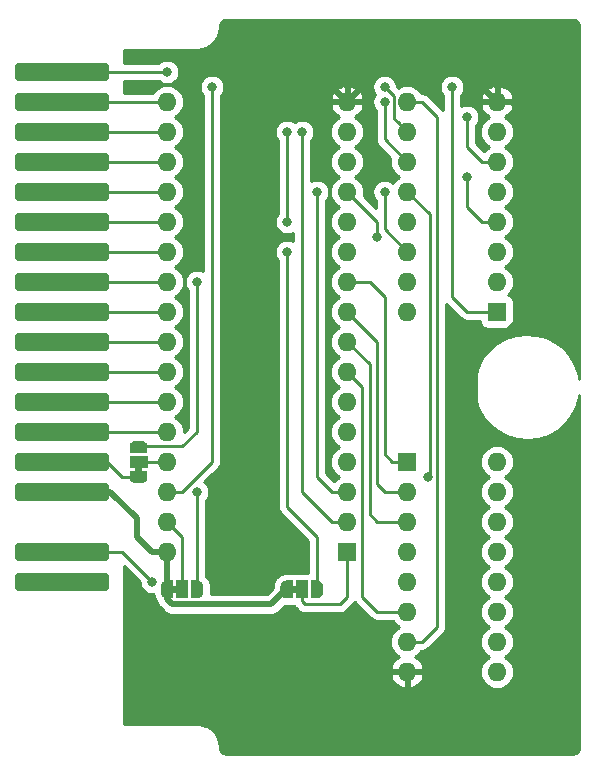
<source format=gtl>
G04 #@! TF.GenerationSoftware,KiCad,Pcbnew,(5.1.2-1)-1*
G04 #@! TF.CreationDate,2023-07-30T19:32:53+02:00*
G04 #@! TF.ProjectId,cart32bbs,63617274-3332-4626-9273-2e6b69636164,rev?*
G04 #@! TF.SameCoordinates,Original*
G04 #@! TF.FileFunction,Copper,L1,Top*
G04 #@! TF.FilePolarity,Positive*
%FSLAX46Y46*%
G04 Gerber Fmt 4.6, Leading zero omitted, Abs format (unit mm)*
G04 Created by KiCad (PCBNEW (5.1.2-1)-1) date 2023-07-30 19:32:53*
%MOMM*%
%LPD*%
G04 APERTURE LIST*
%ADD10C,0.100000*%
%ADD11O,1.600000X1.600000*%
%ADD12R,1.600000X1.600000*%
%ADD13C,0.500000*%
%ADD14R,1.000000X1.500000*%
%ADD15R,1.500000X1.000000*%
%ADD16C,1.524000*%
%ADD17C,0.800000*%
%ADD18C,0.500000*%
%ADD19C,0.250000*%
%ADD20C,0.254000*%
G04 APERTURE END LIST*
D10*
G36*
X38440000Y-66375000D02*
G01*
X38940000Y-66375000D01*
X38940000Y-66975000D01*
X38440000Y-66975000D01*
X38440000Y-66375000D01*
G37*
G36*
X28310000Y-66375000D02*
G01*
X28810000Y-66375000D01*
X28810000Y-66975000D01*
X28310000Y-66975000D01*
X28310000Y-66375000D01*
G37*
G36*
X25227000Y-56780000D02*
G01*
X25227000Y-56280000D01*
X25827000Y-56280000D01*
X25827000Y-56780000D01*
X25227000Y-56780000D01*
G37*
D11*
X27940000Y-63500000D03*
X43180000Y-25400000D03*
X27940000Y-60960000D03*
X43180000Y-27940000D03*
X27940000Y-58420000D03*
X43180000Y-30480000D03*
X27940000Y-55880000D03*
X43180000Y-33020000D03*
X27940000Y-53340000D03*
X43180000Y-35560000D03*
X27940000Y-50800000D03*
X43180000Y-38100000D03*
X27940000Y-48260000D03*
X43180000Y-40640000D03*
X27940000Y-45720000D03*
X43180000Y-43180000D03*
X27940000Y-43180000D03*
X43180000Y-45720000D03*
X27940000Y-40640000D03*
X43180000Y-48260000D03*
X27940000Y-38100000D03*
X43180000Y-50800000D03*
X27940000Y-35560000D03*
X43180000Y-53340000D03*
X27940000Y-33020000D03*
X43180000Y-55880000D03*
X27940000Y-30480000D03*
X43180000Y-58420000D03*
X27940000Y-27940000D03*
X43180000Y-60960000D03*
X27940000Y-25400000D03*
D12*
X43180000Y-63500000D03*
D13*
X38040000Y-66675000D03*
D10*
G36*
X38590000Y-67425000D02*
G01*
X38040000Y-67425000D01*
X38040000Y-67424398D01*
X38015466Y-67424398D01*
X37966635Y-67419588D01*
X37918510Y-67410016D01*
X37871555Y-67395772D01*
X37826222Y-67376995D01*
X37782949Y-67353864D01*
X37742150Y-67326604D01*
X37704221Y-67295476D01*
X37669524Y-67260779D01*
X37638396Y-67222850D01*
X37611136Y-67182051D01*
X37588005Y-67138778D01*
X37569228Y-67093445D01*
X37554984Y-67046490D01*
X37545412Y-66998365D01*
X37540602Y-66949534D01*
X37540602Y-66925000D01*
X37540000Y-66925000D01*
X37540000Y-66425000D01*
X37540602Y-66425000D01*
X37540602Y-66400466D01*
X37545412Y-66351635D01*
X37554984Y-66303510D01*
X37569228Y-66256555D01*
X37588005Y-66211222D01*
X37611136Y-66167949D01*
X37638396Y-66127150D01*
X37669524Y-66089221D01*
X37704221Y-66054524D01*
X37742150Y-66023396D01*
X37782949Y-65996136D01*
X37826222Y-65973005D01*
X37871555Y-65954228D01*
X37918510Y-65939984D01*
X37966635Y-65930412D01*
X38015466Y-65925602D01*
X38040000Y-65925602D01*
X38040000Y-65925000D01*
X38590000Y-65925000D01*
X38590000Y-67425000D01*
X38590000Y-67425000D01*
G37*
D14*
X39340000Y-66675000D03*
D13*
X40640000Y-66675000D03*
D10*
G36*
X40640000Y-65925602D02*
G01*
X40664534Y-65925602D01*
X40713365Y-65930412D01*
X40761490Y-65939984D01*
X40808445Y-65954228D01*
X40853778Y-65973005D01*
X40897051Y-65996136D01*
X40937850Y-66023396D01*
X40975779Y-66054524D01*
X41010476Y-66089221D01*
X41041604Y-66127150D01*
X41068864Y-66167949D01*
X41091995Y-66211222D01*
X41110772Y-66256555D01*
X41125016Y-66303510D01*
X41134588Y-66351635D01*
X41139398Y-66400466D01*
X41139398Y-66425000D01*
X41140000Y-66425000D01*
X41140000Y-66925000D01*
X41139398Y-66925000D01*
X41139398Y-66949534D01*
X41134588Y-66998365D01*
X41125016Y-67046490D01*
X41110772Y-67093445D01*
X41091995Y-67138778D01*
X41068864Y-67182051D01*
X41041604Y-67222850D01*
X41010476Y-67260779D01*
X40975779Y-67295476D01*
X40937850Y-67326604D01*
X40897051Y-67353864D01*
X40853778Y-67376995D01*
X40808445Y-67395772D01*
X40761490Y-67410016D01*
X40713365Y-67419588D01*
X40664534Y-67424398D01*
X40640000Y-67424398D01*
X40640000Y-67425000D01*
X40090000Y-67425000D01*
X40090000Y-65925000D01*
X40640000Y-65925000D01*
X40640000Y-65925602D01*
X40640000Y-65925602D01*
G37*
D13*
X27910000Y-66675000D03*
D10*
G36*
X28460000Y-67425000D02*
G01*
X27910000Y-67425000D01*
X27910000Y-67424398D01*
X27885466Y-67424398D01*
X27836635Y-67419588D01*
X27788510Y-67410016D01*
X27741555Y-67395772D01*
X27696222Y-67376995D01*
X27652949Y-67353864D01*
X27612150Y-67326604D01*
X27574221Y-67295476D01*
X27539524Y-67260779D01*
X27508396Y-67222850D01*
X27481136Y-67182051D01*
X27458005Y-67138778D01*
X27439228Y-67093445D01*
X27424984Y-67046490D01*
X27415412Y-66998365D01*
X27410602Y-66949534D01*
X27410602Y-66925000D01*
X27410000Y-66925000D01*
X27410000Y-66425000D01*
X27410602Y-66425000D01*
X27410602Y-66400466D01*
X27415412Y-66351635D01*
X27424984Y-66303510D01*
X27439228Y-66256555D01*
X27458005Y-66211222D01*
X27481136Y-66167949D01*
X27508396Y-66127150D01*
X27539524Y-66089221D01*
X27574221Y-66054524D01*
X27612150Y-66023396D01*
X27652949Y-65996136D01*
X27696222Y-65973005D01*
X27741555Y-65954228D01*
X27788510Y-65939984D01*
X27836635Y-65930412D01*
X27885466Y-65925602D01*
X27910000Y-65925602D01*
X27910000Y-65925000D01*
X28460000Y-65925000D01*
X28460000Y-67425000D01*
X28460000Y-67425000D01*
G37*
D14*
X29210000Y-66675000D03*
D13*
X30510000Y-66675000D03*
D10*
G36*
X30510000Y-65925602D02*
G01*
X30534534Y-65925602D01*
X30583365Y-65930412D01*
X30631490Y-65939984D01*
X30678445Y-65954228D01*
X30723778Y-65973005D01*
X30767051Y-65996136D01*
X30807850Y-66023396D01*
X30845779Y-66054524D01*
X30880476Y-66089221D01*
X30911604Y-66127150D01*
X30938864Y-66167949D01*
X30961995Y-66211222D01*
X30980772Y-66256555D01*
X30995016Y-66303510D01*
X31004588Y-66351635D01*
X31009398Y-66400466D01*
X31009398Y-66425000D01*
X31010000Y-66425000D01*
X31010000Y-66925000D01*
X31009398Y-66925000D01*
X31009398Y-66949534D01*
X31004588Y-66998365D01*
X30995016Y-67046490D01*
X30980772Y-67093445D01*
X30961995Y-67138778D01*
X30938864Y-67182051D01*
X30911604Y-67222850D01*
X30880476Y-67260779D01*
X30845779Y-67295476D01*
X30807850Y-67326604D01*
X30767051Y-67353864D01*
X30723778Y-67376995D01*
X30678445Y-67395772D01*
X30631490Y-67410016D01*
X30583365Y-67419588D01*
X30534534Y-67424398D01*
X30510000Y-67424398D01*
X30510000Y-67425000D01*
X29960000Y-67425000D01*
X29960000Y-65925000D01*
X30510000Y-65925000D01*
X30510000Y-65925602D01*
X30510000Y-65925602D01*
G37*
D13*
X25527000Y-57180000D03*
D10*
G36*
X26277000Y-56630000D02*
G01*
X26277000Y-57180000D01*
X26276398Y-57180000D01*
X26276398Y-57204534D01*
X26271588Y-57253365D01*
X26262016Y-57301490D01*
X26247772Y-57348445D01*
X26228995Y-57393778D01*
X26205864Y-57437051D01*
X26178604Y-57477850D01*
X26147476Y-57515779D01*
X26112779Y-57550476D01*
X26074850Y-57581604D01*
X26034051Y-57608864D01*
X25990778Y-57631995D01*
X25945445Y-57650772D01*
X25898490Y-57665016D01*
X25850365Y-57674588D01*
X25801534Y-57679398D01*
X25777000Y-57679398D01*
X25777000Y-57680000D01*
X25277000Y-57680000D01*
X25277000Y-57679398D01*
X25252466Y-57679398D01*
X25203635Y-57674588D01*
X25155510Y-57665016D01*
X25108555Y-57650772D01*
X25063222Y-57631995D01*
X25019949Y-57608864D01*
X24979150Y-57581604D01*
X24941221Y-57550476D01*
X24906524Y-57515779D01*
X24875396Y-57477850D01*
X24848136Y-57437051D01*
X24825005Y-57393778D01*
X24806228Y-57348445D01*
X24791984Y-57301490D01*
X24782412Y-57253365D01*
X24777602Y-57204534D01*
X24777602Y-57180000D01*
X24777000Y-57180000D01*
X24777000Y-56630000D01*
X26277000Y-56630000D01*
X26277000Y-56630000D01*
G37*
D15*
X25527000Y-55880000D03*
D13*
X25527000Y-54580000D03*
D10*
G36*
X24777602Y-54580000D02*
G01*
X24777602Y-54555466D01*
X24782412Y-54506635D01*
X24791984Y-54458510D01*
X24806228Y-54411555D01*
X24825005Y-54366222D01*
X24848136Y-54322949D01*
X24875396Y-54282150D01*
X24906524Y-54244221D01*
X24941221Y-54209524D01*
X24979150Y-54178396D01*
X25019949Y-54151136D01*
X25063222Y-54128005D01*
X25108555Y-54109228D01*
X25155510Y-54094984D01*
X25203635Y-54085412D01*
X25252466Y-54080602D01*
X25277000Y-54080602D01*
X25277000Y-54080000D01*
X25777000Y-54080000D01*
X25777000Y-54080602D01*
X25801534Y-54080602D01*
X25850365Y-54085412D01*
X25898490Y-54094984D01*
X25945445Y-54109228D01*
X25990778Y-54128005D01*
X26034051Y-54151136D01*
X26074850Y-54178396D01*
X26112779Y-54209524D01*
X26147476Y-54244221D01*
X26178604Y-54282150D01*
X26205864Y-54322949D01*
X26228995Y-54366222D01*
X26247772Y-54411555D01*
X26262016Y-54458510D01*
X26271588Y-54506635D01*
X26276398Y-54555466D01*
X26276398Y-54580000D01*
X26277000Y-54580000D01*
X26277000Y-55130000D01*
X24777000Y-55130000D01*
X24777000Y-54580000D01*
X24777602Y-54580000D01*
X24777602Y-54580000D01*
G37*
D11*
X55880000Y-55880000D03*
X48260000Y-73660000D03*
X55880000Y-58420000D03*
X48260000Y-71120000D03*
X55880000Y-60960000D03*
X48260000Y-68580000D03*
X55880000Y-63500000D03*
X48260000Y-66040000D03*
X55880000Y-66040000D03*
X48260000Y-63500000D03*
X55880000Y-68580000D03*
X48260000Y-60960000D03*
X55880000Y-71120000D03*
X48260000Y-58420000D03*
X55880000Y-73660000D03*
D12*
X48260000Y-55880000D03*
D11*
X48260000Y-43180000D03*
X55880000Y-25400000D03*
X48260000Y-40640000D03*
X55880000Y-27940000D03*
X48260000Y-38100000D03*
X55880000Y-30480000D03*
X48260000Y-35560000D03*
X55880000Y-33020000D03*
X48260000Y-33020000D03*
X55880000Y-35560000D03*
X48260000Y-30480000D03*
X55880000Y-38100000D03*
X48260000Y-27940000D03*
X55880000Y-40640000D03*
X48260000Y-25400000D03*
D12*
X55880000Y-43180000D03*
D10*
G36*
X22706345Y-22099835D02*
G01*
X22743329Y-22105321D01*
X22779598Y-22114406D01*
X22814802Y-22127002D01*
X22848602Y-22142988D01*
X22880672Y-22162210D01*
X22910704Y-22184483D01*
X22938408Y-22209592D01*
X22963517Y-22237296D01*
X22985790Y-22267328D01*
X23005012Y-22299398D01*
X23020998Y-22333198D01*
X23033594Y-22368402D01*
X23042679Y-22404671D01*
X23048165Y-22441655D01*
X23050000Y-22479000D01*
X23050000Y-23241000D01*
X23048165Y-23278345D01*
X23042679Y-23315329D01*
X23033594Y-23351598D01*
X23020998Y-23386802D01*
X23005012Y-23420602D01*
X22985790Y-23452672D01*
X22963517Y-23482704D01*
X22938408Y-23510408D01*
X22910704Y-23535517D01*
X22880672Y-23557790D01*
X22848602Y-23577012D01*
X22814802Y-23592998D01*
X22779598Y-23605594D01*
X22743329Y-23614679D01*
X22706345Y-23620165D01*
X22669000Y-23622000D01*
X15431000Y-23622000D01*
X15393655Y-23620165D01*
X15356671Y-23614679D01*
X15320402Y-23605594D01*
X15285198Y-23592998D01*
X15251398Y-23577012D01*
X15219328Y-23557790D01*
X15189296Y-23535517D01*
X15161592Y-23510408D01*
X15136483Y-23482704D01*
X15114210Y-23452672D01*
X15094988Y-23420602D01*
X15079002Y-23386802D01*
X15066406Y-23351598D01*
X15057321Y-23315329D01*
X15051835Y-23278345D01*
X15050000Y-23241000D01*
X15050000Y-22479000D01*
X15051835Y-22441655D01*
X15057321Y-22404671D01*
X15066406Y-22368402D01*
X15079002Y-22333198D01*
X15094988Y-22299398D01*
X15114210Y-22267328D01*
X15136483Y-22237296D01*
X15161592Y-22209592D01*
X15189296Y-22184483D01*
X15219328Y-22162210D01*
X15251398Y-22142988D01*
X15285198Y-22127002D01*
X15320402Y-22114406D01*
X15356671Y-22105321D01*
X15393655Y-22099835D01*
X15431000Y-22098000D01*
X22669000Y-22098000D01*
X22706345Y-22099835D01*
X22706345Y-22099835D01*
G37*
D16*
X19050000Y-22860000D03*
D10*
G36*
X22706345Y-24639835D02*
G01*
X22743329Y-24645321D01*
X22779598Y-24654406D01*
X22814802Y-24667002D01*
X22848602Y-24682988D01*
X22880672Y-24702210D01*
X22910704Y-24724483D01*
X22938408Y-24749592D01*
X22963517Y-24777296D01*
X22985790Y-24807328D01*
X23005012Y-24839398D01*
X23020998Y-24873198D01*
X23033594Y-24908402D01*
X23042679Y-24944671D01*
X23048165Y-24981655D01*
X23050000Y-25019000D01*
X23050000Y-25781000D01*
X23048165Y-25818345D01*
X23042679Y-25855329D01*
X23033594Y-25891598D01*
X23020998Y-25926802D01*
X23005012Y-25960602D01*
X22985790Y-25992672D01*
X22963517Y-26022704D01*
X22938408Y-26050408D01*
X22910704Y-26075517D01*
X22880672Y-26097790D01*
X22848602Y-26117012D01*
X22814802Y-26132998D01*
X22779598Y-26145594D01*
X22743329Y-26154679D01*
X22706345Y-26160165D01*
X22669000Y-26162000D01*
X15431000Y-26162000D01*
X15393655Y-26160165D01*
X15356671Y-26154679D01*
X15320402Y-26145594D01*
X15285198Y-26132998D01*
X15251398Y-26117012D01*
X15219328Y-26097790D01*
X15189296Y-26075517D01*
X15161592Y-26050408D01*
X15136483Y-26022704D01*
X15114210Y-25992672D01*
X15094988Y-25960602D01*
X15079002Y-25926802D01*
X15066406Y-25891598D01*
X15057321Y-25855329D01*
X15051835Y-25818345D01*
X15050000Y-25781000D01*
X15050000Y-25019000D01*
X15051835Y-24981655D01*
X15057321Y-24944671D01*
X15066406Y-24908402D01*
X15079002Y-24873198D01*
X15094988Y-24839398D01*
X15114210Y-24807328D01*
X15136483Y-24777296D01*
X15161592Y-24749592D01*
X15189296Y-24724483D01*
X15219328Y-24702210D01*
X15251398Y-24682988D01*
X15285198Y-24667002D01*
X15320402Y-24654406D01*
X15356671Y-24645321D01*
X15393655Y-24639835D01*
X15431000Y-24638000D01*
X22669000Y-24638000D01*
X22706345Y-24639835D01*
X22706345Y-24639835D01*
G37*
D16*
X19050000Y-25400000D03*
D10*
G36*
X22706345Y-27179835D02*
G01*
X22743329Y-27185321D01*
X22779598Y-27194406D01*
X22814802Y-27207002D01*
X22848602Y-27222988D01*
X22880672Y-27242210D01*
X22910704Y-27264483D01*
X22938408Y-27289592D01*
X22963517Y-27317296D01*
X22985790Y-27347328D01*
X23005012Y-27379398D01*
X23020998Y-27413198D01*
X23033594Y-27448402D01*
X23042679Y-27484671D01*
X23048165Y-27521655D01*
X23050000Y-27559000D01*
X23050000Y-28321000D01*
X23048165Y-28358345D01*
X23042679Y-28395329D01*
X23033594Y-28431598D01*
X23020998Y-28466802D01*
X23005012Y-28500602D01*
X22985790Y-28532672D01*
X22963517Y-28562704D01*
X22938408Y-28590408D01*
X22910704Y-28615517D01*
X22880672Y-28637790D01*
X22848602Y-28657012D01*
X22814802Y-28672998D01*
X22779598Y-28685594D01*
X22743329Y-28694679D01*
X22706345Y-28700165D01*
X22669000Y-28702000D01*
X15431000Y-28702000D01*
X15393655Y-28700165D01*
X15356671Y-28694679D01*
X15320402Y-28685594D01*
X15285198Y-28672998D01*
X15251398Y-28657012D01*
X15219328Y-28637790D01*
X15189296Y-28615517D01*
X15161592Y-28590408D01*
X15136483Y-28562704D01*
X15114210Y-28532672D01*
X15094988Y-28500602D01*
X15079002Y-28466802D01*
X15066406Y-28431598D01*
X15057321Y-28395329D01*
X15051835Y-28358345D01*
X15050000Y-28321000D01*
X15050000Y-27559000D01*
X15051835Y-27521655D01*
X15057321Y-27484671D01*
X15066406Y-27448402D01*
X15079002Y-27413198D01*
X15094988Y-27379398D01*
X15114210Y-27347328D01*
X15136483Y-27317296D01*
X15161592Y-27289592D01*
X15189296Y-27264483D01*
X15219328Y-27242210D01*
X15251398Y-27222988D01*
X15285198Y-27207002D01*
X15320402Y-27194406D01*
X15356671Y-27185321D01*
X15393655Y-27179835D01*
X15431000Y-27178000D01*
X22669000Y-27178000D01*
X22706345Y-27179835D01*
X22706345Y-27179835D01*
G37*
D16*
X19050000Y-27940000D03*
D10*
G36*
X22706345Y-29719835D02*
G01*
X22743329Y-29725321D01*
X22779598Y-29734406D01*
X22814802Y-29747002D01*
X22848602Y-29762988D01*
X22880672Y-29782210D01*
X22910704Y-29804483D01*
X22938408Y-29829592D01*
X22963517Y-29857296D01*
X22985790Y-29887328D01*
X23005012Y-29919398D01*
X23020998Y-29953198D01*
X23033594Y-29988402D01*
X23042679Y-30024671D01*
X23048165Y-30061655D01*
X23050000Y-30099000D01*
X23050000Y-30861000D01*
X23048165Y-30898345D01*
X23042679Y-30935329D01*
X23033594Y-30971598D01*
X23020998Y-31006802D01*
X23005012Y-31040602D01*
X22985790Y-31072672D01*
X22963517Y-31102704D01*
X22938408Y-31130408D01*
X22910704Y-31155517D01*
X22880672Y-31177790D01*
X22848602Y-31197012D01*
X22814802Y-31212998D01*
X22779598Y-31225594D01*
X22743329Y-31234679D01*
X22706345Y-31240165D01*
X22669000Y-31242000D01*
X15431000Y-31242000D01*
X15393655Y-31240165D01*
X15356671Y-31234679D01*
X15320402Y-31225594D01*
X15285198Y-31212998D01*
X15251398Y-31197012D01*
X15219328Y-31177790D01*
X15189296Y-31155517D01*
X15161592Y-31130408D01*
X15136483Y-31102704D01*
X15114210Y-31072672D01*
X15094988Y-31040602D01*
X15079002Y-31006802D01*
X15066406Y-30971598D01*
X15057321Y-30935329D01*
X15051835Y-30898345D01*
X15050000Y-30861000D01*
X15050000Y-30099000D01*
X15051835Y-30061655D01*
X15057321Y-30024671D01*
X15066406Y-29988402D01*
X15079002Y-29953198D01*
X15094988Y-29919398D01*
X15114210Y-29887328D01*
X15136483Y-29857296D01*
X15161592Y-29829592D01*
X15189296Y-29804483D01*
X15219328Y-29782210D01*
X15251398Y-29762988D01*
X15285198Y-29747002D01*
X15320402Y-29734406D01*
X15356671Y-29725321D01*
X15393655Y-29719835D01*
X15431000Y-29718000D01*
X22669000Y-29718000D01*
X22706345Y-29719835D01*
X22706345Y-29719835D01*
G37*
D16*
X19050000Y-30480000D03*
D10*
G36*
X22706345Y-32259835D02*
G01*
X22743329Y-32265321D01*
X22779598Y-32274406D01*
X22814802Y-32287002D01*
X22848602Y-32302988D01*
X22880672Y-32322210D01*
X22910704Y-32344483D01*
X22938408Y-32369592D01*
X22963517Y-32397296D01*
X22985790Y-32427328D01*
X23005012Y-32459398D01*
X23020998Y-32493198D01*
X23033594Y-32528402D01*
X23042679Y-32564671D01*
X23048165Y-32601655D01*
X23050000Y-32639000D01*
X23050000Y-33401000D01*
X23048165Y-33438345D01*
X23042679Y-33475329D01*
X23033594Y-33511598D01*
X23020998Y-33546802D01*
X23005012Y-33580602D01*
X22985790Y-33612672D01*
X22963517Y-33642704D01*
X22938408Y-33670408D01*
X22910704Y-33695517D01*
X22880672Y-33717790D01*
X22848602Y-33737012D01*
X22814802Y-33752998D01*
X22779598Y-33765594D01*
X22743329Y-33774679D01*
X22706345Y-33780165D01*
X22669000Y-33782000D01*
X15431000Y-33782000D01*
X15393655Y-33780165D01*
X15356671Y-33774679D01*
X15320402Y-33765594D01*
X15285198Y-33752998D01*
X15251398Y-33737012D01*
X15219328Y-33717790D01*
X15189296Y-33695517D01*
X15161592Y-33670408D01*
X15136483Y-33642704D01*
X15114210Y-33612672D01*
X15094988Y-33580602D01*
X15079002Y-33546802D01*
X15066406Y-33511598D01*
X15057321Y-33475329D01*
X15051835Y-33438345D01*
X15050000Y-33401000D01*
X15050000Y-32639000D01*
X15051835Y-32601655D01*
X15057321Y-32564671D01*
X15066406Y-32528402D01*
X15079002Y-32493198D01*
X15094988Y-32459398D01*
X15114210Y-32427328D01*
X15136483Y-32397296D01*
X15161592Y-32369592D01*
X15189296Y-32344483D01*
X15219328Y-32322210D01*
X15251398Y-32302988D01*
X15285198Y-32287002D01*
X15320402Y-32274406D01*
X15356671Y-32265321D01*
X15393655Y-32259835D01*
X15431000Y-32258000D01*
X22669000Y-32258000D01*
X22706345Y-32259835D01*
X22706345Y-32259835D01*
G37*
D16*
X19050000Y-33020000D03*
D10*
G36*
X22706345Y-34799835D02*
G01*
X22743329Y-34805321D01*
X22779598Y-34814406D01*
X22814802Y-34827002D01*
X22848602Y-34842988D01*
X22880672Y-34862210D01*
X22910704Y-34884483D01*
X22938408Y-34909592D01*
X22963517Y-34937296D01*
X22985790Y-34967328D01*
X23005012Y-34999398D01*
X23020998Y-35033198D01*
X23033594Y-35068402D01*
X23042679Y-35104671D01*
X23048165Y-35141655D01*
X23050000Y-35179000D01*
X23050000Y-35941000D01*
X23048165Y-35978345D01*
X23042679Y-36015329D01*
X23033594Y-36051598D01*
X23020998Y-36086802D01*
X23005012Y-36120602D01*
X22985790Y-36152672D01*
X22963517Y-36182704D01*
X22938408Y-36210408D01*
X22910704Y-36235517D01*
X22880672Y-36257790D01*
X22848602Y-36277012D01*
X22814802Y-36292998D01*
X22779598Y-36305594D01*
X22743329Y-36314679D01*
X22706345Y-36320165D01*
X22669000Y-36322000D01*
X15431000Y-36322000D01*
X15393655Y-36320165D01*
X15356671Y-36314679D01*
X15320402Y-36305594D01*
X15285198Y-36292998D01*
X15251398Y-36277012D01*
X15219328Y-36257790D01*
X15189296Y-36235517D01*
X15161592Y-36210408D01*
X15136483Y-36182704D01*
X15114210Y-36152672D01*
X15094988Y-36120602D01*
X15079002Y-36086802D01*
X15066406Y-36051598D01*
X15057321Y-36015329D01*
X15051835Y-35978345D01*
X15050000Y-35941000D01*
X15050000Y-35179000D01*
X15051835Y-35141655D01*
X15057321Y-35104671D01*
X15066406Y-35068402D01*
X15079002Y-35033198D01*
X15094988Y-34999398D01*
X15114210Y-34967328D01*
X15136483Y-34937296D01*
X15161592Y-34909592D01*
X15189296Y-34884483D01*
X15219328Y-34862210D01*
X15251398Y-34842988D01*
X15285198Y-34827002D01*
X15320402Y-34814406D01*
X15356671Y-34805321D01*
X15393655Y-34799835D01*
X15431000Y-34798000D01*
X22669000Y-34798000D01*
X22706345Y-34799835D01*
X22706345Y-34799835D01*
G37*
D16*
X19050000Y-35560000D03*
D10*
G36*
X22706345Y-37339835D02*
G01*
X22743329Y-37345321D01*
X22779598Y-37354406D01*
X22814802Y-37367002D01*
X22848602Y-37382988D01*
X22880672Y-37402210D01*
X22910704Y-37424483D01*
X22938408Y-37449592D01*
X22963517Y-37477296D01*
X22985790Y-37507328D01*
X23005012Y-37539398D01*
X23020998Y-37573198D01*
X23033594Y-37608402D01*
X23042679Y-37644671D01*
X23048165Y-37681655D01*
X23050000Y-37719000D01*
X23050000Y-38481000D01*
X23048165Y-38518345D01*
X23042679Y-38555329D01*
X23033594Y-38591598D01*
X23020998Y-38626802D01*
X23005012Y-38660602D01*
X22985790Y-38692672D01*
X22963517Y-38722704D01*
X22938408Y-38750408D01*
X22910704Y-38775517D01*
X22880672Y-38797790D01*
X22848602Y-38817012D01*
X22814802Y-38832998D01*
X22779598Y-38845594D01*
X22743329Y-38854679D01*
X22706345Y-38860165D01*
X22669000Y-38862000D01*
X15431000Y-38862000D01*
X15393655Y-38860165D01*
X15356671Y-38854679D01*
X15320402Y-38845594D01*
X15285198Y-38832998D01*
X15251398Y-38817012D01*
X15219328Y-38797790D01*
X15189296Y-38775517D01*
X15161592Y-38750408D01*
X15136483Y-38722704D01*
X15114210Y-38692672D01*
X15094988Y-38660602D01*
X15079002Y-38626802D01*
X15066406Y-38591598D01*
X15057321Y-38555329D01*
X15051835Y-38518345D01*
X15050000Y-38481000D01*
X15050000Y-37719000D01*
X15051835Y-37681655D01*
X15057321Y-37644671D01*
X15066406Y-37608402D01*
X15079002Y-37573198D01*
X15094988Y-37539398D01*
X15114210Y-37507328D01*
X15136483Y-37477296D01*
X15161592Y-37449592D01*
X15189296Y-37424483D01*
X15219328Y-37402210D01*
X15251398Y-37382988D01*
X15285198Y-37367002D01*
X15320402Y-37354406D01*
X15356671Y-37345321D01*
X15393655Y-37339835D01*
X15431000Y-37338000D01*
X22669000Y-37338000D01*
X22706345Y-37339835D01*
X22706345Y-37339835D01*
G37*
D16*
X19050000Y-38100000D03*
D10*
G36*
X22706345Y-39879835D02*
G01*
X22743329Y-39885321D01*
X22779598Y-39894406D01*
X22814802Y-39907002D01*
X22848602Y-39922988D01*
X22880672Y-39942210D01*
X22910704Y-39964483D01*
X22938408Y-39989592D01*
X22963517Y-40017296D01*
X22985790Y-40047328D01*
X23005012Y-40079398D01*
X23020998Y-40113198D01*
X23033594Y-40148402D01*
X23042679Y-40184671D01*
X23048165Y-40221655D01*
X23050000Y-40259000D01*
X23050000Y-41021000D01*
X23048165Y-41058345D01*
X23042679Y-41095329D01*
X23033594Y-41131598D01*
X23020998Y-41166802D01*
X23005012Y-41200602D01*
X22985790Y-41232672D01*
X22963517Y-41262704D01*
X22938408Y-41290408D01*
X22910704Y-41315517D01*
X22880672Y-41337790D01*
X22848602Y-41357012D01*
X22814802Y-41372998D01*
X22779598Y-41385594D01*
X22743329Y-41394679D01*
X22706345Y-41400165D01*
X22669000Y-41402000D01*
X15431000Y-41402000D01*
X15393655Y-41400165D01*
X15356671Y-41394679D01*
X15320402Y-41385594D01*
X15285198Y-41372998D01*
X15251398Y-41357012D01*
X15219328Y-41337790D01*
X15189296Y-41315517D01*
X15161592Y-41290408D01*
X15136483Y-41262704D01*
X15114210Y-41232672D01*
X15094988Y-41200602D01*
X15079002Y-41166802D01*
X15066406Y-41131598D01*
X15057321Y-41095329D01*
X15051835Y-41058345D01*
X15050000Y-41021000D01*
X15050000Y-40259000D01*
X15051835Y-40221655D01*
X15057321Y-40184671D01*
X15066406Y-40148402D01*
X15079002Y-40113198D01*
X15094988Y-40079398D01*
X15114210Y-40047328D01*
X15136483Y-40017296D01*
X15161592Y-39989592D01*
X15189296Y-39964483D01*
X15219328Y-39942210D01*
X15251398Y-39922988D01*
X15285198Y-39907002D01*
X15320402Y-39894406D01*
X15356671Y-39885321D01*
X15393655Y-39879835D01*
X15431000Y-39878000D01*
X22669000Y-39878000D01*
X22706345Y-39879835D01*
X22706345Y-39879835D01*
G37*
D16*
X19050000Y-40640000D03*
D10*
G36*
X22706345Y-42419835D02*
G01*
X22743329Y-42425321D01*
X22779598Y-42434406D01*
X22814802Y-42447002D01*
X22848602Y-42462988D01*
X22880672Y-42482210D01*
X22910704Y-42504483D01*
X22938408Y-42529592D01*
X22963517Y-42557296D01*
X22985790Y-42587328D01*
X23005012Y-42619398D01*
X23020998Y-42653198D01*
X23033594Y-42688402D01*
X23042679Y-42724671D01*
X23048165Y-42761655D01*
X23050000Y-42799000D01*
X23050000Y-43561000D01*
X23048165Y-43598345D01*
X23042679Y-43635329D01*
X23033594Y-43671598D01*
X23020998Y-43706802D01*
X23005012Y-43740602D01*
X22985790Y-43772672D01*
X22963517Y-43802704D01*
X22938408Y-43830408D01*
X22910704Y-43855517D01*
X22880672Y-43877790D01*
X22848602Y-43897012D01*
X22814802Y-43912998D01*
X22779598Y-43925594D01*
X22743329Y-43934679D01*
X22706345Y-43940165D01*
X22669000Y-43942000D01*
X15431000Y-43942000D01*
X15393655Y-43940165D01*
X15356671Y-43934679D01*
X15320402Y-43925594D01*
X15285198Y-43912998D01*
X15251398Y-43897012D01*
X15219328Y-43877790D01*
X15189296Y-43855517D01*
X15161592Y-43830408D01*
X15136483Y-43802704D01*
X15114210Y-43772672D01*
X15094988Y-43740602D01*
X15079002Y-43706802D01*
X15066406Y-43671598D01*
X15057321Y-43635329D01*
X15051835Y-43598345D01*
X15050000Y-43561000D01*
X15050000Y-42799000D01*
X15051835Y-42761655D01*
X15057321Y-42724671D01*
X15066406Y-42688402D01*
X15079002Y-42653198D01*
X15094988Y-42619398D01*
X15114210Y-42587328D01*
X15136483Y-42557296D01*
X15161592Y-42529592D01*
X15189296Y-42504483D01*
X15219328Y-42482210D01*
X15251398Y-42462988D01*
X15285198Y-42447002D01*
X15320402Y-42434406D01*
X15356671Y-42425321D01*
X15393655Y-42419835D01*
X15431000Y-42418000D01*
X22669000Y-42418000D01*
X22706345Y-42419835D01*
X22706345Y-42419835D01*
G37*
D16*
X19050000Y-43180000D03*
D10*
G36*
X22706345Y-44959835D02*
G01*
X22743329Y-44965321D01*
X22779598Y-44974406D01*
X22814802Y-44987002D01*
X22848602Y-45002988D01*
X22880672Y-45022210D01*
X22910704Y-45044483D01*
X22938408Y-45069592D01*
X22963517Y-45097296D01*
X22985790Y-45127328D01*
X23005012Y-45159398D01*
X23020998Y-45193198D01*
X23033594Y-45228402D01*
X23042679Y-45264671D01*
X23048165Y-45301655D01*
X23050000Y-45339000D01*
X23050000Y-46101000D01*
X23048165Y-46138345D01*
X23042679Y-46175329D01*
X23033594Y-46211598D01*
X23020998Y-46246802D01*
X23005012Y-46280602D01*
X22985790Y-46312672D01*
X22963517Y-46342704D01*
X22938408Y-46370408D01*
X22910704Y-46395517D01*
X22880672Y-46417790D01*
X22848602Y-46437012D01*
X22814802Y-46452998D01*
X22779598Y-46465594D01*
X22743329Y-46474679D01*
X22706345Y-46480165D01*
X22669000Y-46482000D01*
X15431000Y-46482000D01*
X15393655Y-46480165D01*
X15356671Y-46474679D01*
X15320402Y-46465594D01*
X15285198Y-46452998D01*
X15251398Y-46437012D01*
X15219328Y-46417790D01*
X15189296Y-46395517D01*
X15161592Y-46370408D01*
X15136483Y-46342704D01*
X15114210Y-46312672D01*
X15094988Y-46280602D01*
X15079002Y-46246802D01*
X15066406Y-46211598D01*
X15057321Y-46175329D01*
X15051835Y-46138345D01*
X15050000Y-46101000D01*
X15050000Y-45339000D01*
X15051835Y-45301655D01*
X15057321Y-45264671D01*
X15066406Y-45228402D01*
X15079002Y-45193198D01*
X15094988Y-45159398D01*
X15114210Y-45127328D01*
X15136483Y-45097296D01*
X15161592Y-45069592D01*
X15189296Y-45044483D01*
X15219328Y-45022210D01*
X15251398Y-45002988D01*
X15285198Y-44987002D01*
X15320402Y-44974406D01*
X15356671Y-44965321D01*
X15393655Y-44959835D01*
X15431000Y-44958000D01*
X22669000Y-44958000D01*
X22706345Y-44959835D01*
X22706345Y-44959835D01*
G37*
D16*
X19050000Y-45720000D03*
D10*
G36*
X22706345Y-47499835D02*
G01*
X22743329Y-47505321D01*
X22779598Y-47514406D01*
X22814802Y-47527002D01*
X22848602Y-47542988D01*
X22880672Y-47562210D01*
X22910704Y-47584483D01*
X22938408Y-47609592D01*
X22963517Y-47637296D01*
X22985790Y-47667328D01*
X23005012Y-47699398D01*
X23020998Y-47733198D01*
X23033594Y-47768402D01*
X23042679Y-47804671D01*
X23048165Y-47841655D01*
X23050000Y-47879000D01*
X23050000Y-48641000D01*
X23048165Y-48678345D01*
X23042679Y-48715329D01*
X23033594Y-48751598D01*
X23020998Y-48786802D01*
X23005012Y-48820602D01*
X22985790Y-48852672D01*
X22963517Y-48882704D01*
X22938408Y-48910408D01*
X22910704Y-48935517D01*
X22880672Y-48957790D01*
X22848602Y-48977012D01*
X22814802Y-48992998D01*
X22779598Y-49005594D01*
X22743329Y-49014679D01*
X22706345Y-49020165D01*
X22669000Y-49022000D01*
X15431000Y-49022000D01*
X15393655Y-49020165D01*
X15356671Y-49014679D01*
X15320402Y-49005594D01*
X15285198Y-48992998D01*
X15251398Y-48977012D01*
X15219328Y-48957790D01*
X15189296Y-48935517D01*
X15161592Y-48910408D01*
X15136483Y-48882704D01*
X15114210Y-48852672D01*
X15094988Y-48820602D01*
X15079002Y-48786802D01*
X15066406Y-48751598D01*
X15057321Y-48715329D01*
X15051835Y-48678345D01*
X15050000Y-48641000D01*
X15050000Y-47879000D01*
X15051835Y-47841655D01*
X15057321Y-47804671D01*
X15066406Y-47768402D01*
X15079002Y-47733198D01*
X15094988Y-47699398D01*
X15114210Y-47667328D01*
X15136483Y-47637296D01*
X15161592Y-47609592D01*
X15189296Y-47584483D01*
X15219328Y-47562210D01*
X15251398Y-47542988D01*
X15285198Y-47527002D01*
X15320402Y-47514406D01*
X15356671Y-47505321D01*
X15393655Y-47499835D01*
X15431000Y-47498000D01*
X22669000Y-47498000D01*
X22706345Y-47499835D01*
X22706345Y-47499835D01*
G37*
D16*
X19050000Y-48260000D03*
D10*
G36*
X22706345Y-50039835D02*
G01*
X22743329Y-50045321D01*
X22779598Y-50054406D01*
X22814802Y-50067002D01*
X22848602Y-50082988D01*
X22880672Y-50102210D01*
X22910704Y-50124483D01*
X22938408Y-50149592D01*
X22963517Y-50177296D01*
X22985790Y-50207328D01*
X23005012Y-50239398D01*
X23020998Y-50273198D01*
X23033594Y-50308402D01*
X23042679Y-50344671D01*
X23048165Y-50381655D01*
X23050000Y-50419000D01*
X23050000Y-51181000D01*
X23048165Y-51218345D01*
X23042679Y-51255329D01*
X23033594Y-51291598D01*
X23020998Y-51326802D01*
X23005012Y-51360602D01*
X22985790Y-51392672D01*
X22963517Y-51422704D01*
X22938408Y-51450408D01*
X22910704Y-51475517D01*
X22880672Y-51497790D01*
X22848602Y-51517012D01*
X22814802Y-51532998D01*
X22779598Y-51545594D01*
X22743329Y-51554679D01*
X22706345Y-51560165D01*
X22669000Y-51562000D01*
X15431000Y-51562000D01*
X15393655Y-51560165D01*
X15356671Y-51554679D01*
X15320402Y-51545594D01*
X15285198Y-51532998D01*
X15251398Y-51517012D01*
X15219328Y-51497790D01*
X15189296Y-51475517D01*
X15161592Y-51450408D01*
X15136483Y-51422704D01*
X15114210Y-51392672D01*
X15094988Y-51360602D01*
X15079002Y-51326802D01*
X15066406Y-51291598D01*
X15057321Y-51255329D01*
X15051835Y-51218345D01*
X15050000Y-51181000D01*
X15050000Y-50419000D01*
X15051835Y-50381655D01*
X15057321Y-50344671D01*
X15066406Y-50308402D01*
X15079002Y-50273198D01*
X15094988Y-50239398D01*
X15114210Y-50207328D01*
X15136483Y-50177296D01*
X15161592Y-50149592D01*
X15189296Y-50124483D01*
X15219328Y-50102210D01*
X15251398Y-50082988D01*
X15285198Y-50067002D01*
X15320402Y-50054406D01*
X15356671Y-50045321D01*
X15393655Y-50039835D01*
X15431000Y-50038000D01*
X22669000Y-50038000D01*
X22706345Y-50039835D01*
X22706345Y-50039835D01*
G37*
D16*
X19050000Y-50800000D03*
D10*
G36*
X22706345Y-52579835D02*
G01*
X22743329Y-52585321D01*
X22779598Y-52594406D01*
X22814802Y-52607002D01*
X22848602Y-52622988D01*
X22880672Y-52642210D01*
X22910704Y-52664483D01*
X22938408Y-52689592D01*
X22963517Y-52717296D01*
X22985790Y-52747328D01*
X23005012Y-52779398D01*
X23020998Y-52813198D01*
X23033594Y-52848402D01*
X23042679Y-52884671D01*
X23048165Y-52921655D01*
X23050000Y-52959000D01*
X23050000Y-53721000D01*
X23048165Y-53758345D01*
X23042679Y-53795329D01*
X23033594Y-53831598D01*
X23020998Y-53866802D01*
X23005012Y-53900602D01*
X22985790Y-53932672D01*
X22963517Y-53962704D01*
X22938408Y-53990408D01*
X22910704Y-54015517D01*
X22880672Y-54037790D01*
X22848602Y-54057012D01*
X22814802Y-54072998D01*
X22779598Y-54085594D01*
X22743329Y-54094679D01*
X22706345Y-54100165D01*
X22669000Y-54102000D01*
X15431000Y-54102000D01*
X15393655Y-54100165D01*
X15356671Y-54094679D01*
X15320402Y-54085594D01*
X15285198Y-54072998D01*
X15251398Y-54057012D01*
X15219328Y-54037790D01*
X15189296Y-54015517D01*
X15161592Y-53990408D01*
X15136483Y-53962704D01*
X15114210Y-53932672D01*
X15094988Y-53900602D01*
X15079002Y-53866802D01*
X15066406Y-53831598D01*
X15057321Y-53795329D01*
X15051835Y-53758345D01*
X15050000Y-53721000D01*
X15050000Y-52959000D01*
X15051835Y-52921655D01*
X15057321Y-52884671D01*
X15066406Y-52848402D01*
X15079002Y-52813198D01*
X15094988Y-52779398D01*
X15114210Y-52747328D01*
X15136483Y-52717296D01*
X15161592Y-52689592D01*
X15189296Y-52664483D01*
X15219328Y-52642210D01*
X15251398Y-52622988D01*
X15285198Y-52607002D01*
X15320402Y-52594406D01*
X15356671Y-52585321D01*
X15393655Y-52579835D01*
X15431000Y-52578000D01*
X22669000Y-52578000D01*
X22706345Y-52579835D01*
X22706345Y-52579835D01*
G37*
D16*
X19050000Y-53340000D03*
D10*
G36*
X22706345Y-55119835D02*
G01*
X22743329Y-55125321D01*
X22779598Y-55134406D01*
X22814802Y-55147002D01*
X22848602Y-55162988D01*
X22880672Y-55182210D01*
X22910704Y-55204483D01*
X22938408Y-55229592D01*
X22963517Y-55257296D01*
X22985790Y-55287328D01*
X23005012Y-55319398D01*
X23020998Y-55353198D01*
X23033594Y-55388402D01*
X23042679Y-55424671D01*
X23048165Y-55461655D01*
X23050000Y-55499000D01*
X23050000Y-56261000D01*
X23048165Y-56298345D01*
X23042679Y-56335329D01*
X23033594Y-56371598D01*
X23020998Y-56406802D01*
X23005012Y-56440602D01*
X22985790Y-56472672D01*
X22963517Y-56502704D01*
X22938408Y-56530408D01*
X22910704Y-56555517D01*
X22880672Y-56577790D01*
X22848602Y-56597012D01*
X22814802Y-56612998D01*
X22779598Y-56625594D01*
X22743329Y-56634679D01*
X22706345Y-56640165D01*
X22669000Y-56642000D01*
X15431000Y-56642000D01*
X15393655Y-56640165D01*
X15356671Y-56634679D01*
X15320402Y-56625594D01*
X15285198Y-56612998D01*
X15251398Y-56597012D01*
X15219328Y-56577790D01*
X15189296Y-56555517D01*
X15161592Y-56530408D01*
X15136483Y-56502704D01*
X15114210Y-56472672D01*
X15094988Y-56440602D01*
X15079002Y-56406802D01*
X15066406Y-56371598D01*
X15057321Y-56335329D01*
X15051835Y-56298345D01*
X15050000Y-56261000D01*
X15050000Y-55499000D01*
X15051835Y-55461655D01*
X15057321Y-55424671D01*
X15066406Y-55388402D01*
X15079002Y-55353198D01*
X15094988Y-55319398D01*
X15114210Y-55287328D01*
X15136483Y-55257296D01*
X15161592Y-55229592D01*
X15189296Y-55204483D01*
X15219328Y-55182210D01*
X15251398Y-55162988D01*
X15285198Y-55147002D01*
X15320402Y-55134406D01*
X15356671Y-55125321D01*
X15393655Y-55119835D01*
X15431000Y-55118000D01*
X22669000Y-55118000D01*
X22706345Y-55119835D01*
X22706345Y-55119835D01*
G37*
D16*
X19050000Y-55880000D03*
D10*
G36*
X22706345Y-57659835D02*
G01*
X22743329Y-57665321D01*
X22779598Y-57674406D01*
X22814802Y-57687002D01*
X22848602Y-57702988D01*
X22880672Y-57722210D01*
X22910704Y-57744483D01*
X22938408Y-57769592D01*
X22963517Y-57797296D01*
X22985790Y-57827328D01*
X23005012Y-57859398D01*
X23020998Y-57893198D01*
X23033594Y-57928402D01*
X23042679Y-57964671D01*
X23048165Y-58001655D01*
X23050000Y-58039000D01*
X23050000Y-58801000D01*
X23048165Y-58838345D01*
X23042679Y-58875329D01*
X23033594Y-58911598D01*
X23020998Y-58946802D01*
X23005012Y-58980602D01*
X22985790Y-59012672D01*
X22963517Y-59042704D01*
X22938408Y-59070408D01*
X22910704Y-59095517D01*
X22880672Y-59117790D01*
X22848602Y-59137012D01*
X22814802Y-59152998D01*
X22779598Y-59165594D01*
X22743329Y-59174679D01*
X22706345Y-59180165D01*
X22669000Y-59182000D01*
X15431000Y-59182000D01*
X15393655Y-59180165D01*
X15356671Y-59174679D01*
X15320402Y-59165594D01*
X15285198Y-59152998D01*
X15251398Y-59137012D01*
X15219328Y-59117790D01*
X15189296Y-59095517D01*
X15161592Y-59070408D01*
X15136483Y-59042704D01*
X15114210Y-59012672D01*
X15094988Y-58980602D01*
X15079002Y-58946802D01*
X15066406Y-58911598D01*
X15057321Y-58875329D01*
X15051835Y-58838345D01*
X15050000Y-58801000D01*
X15050000Y-58039000D01*
X15051835Y-58001655D01*
X15057321Y-57964671D01*
X15066406Y-57928402D01*
X15079002Y-57893198D01*
X15094988Y-57859398D01*
X15114210Y-57827328D01*
X15136483Y-57797296D01*
X15161592Y-57769592D01*
X15189296Y-57744483D01*
X15219328Y-57722210D01*
X15251398Y-57702988D01*
X15285198Y-57687002D01*
X15320402Y-57674406D01*
X15356671Y-57665321D01*
X15393655Y-57659835D01*
X15431000Y-57658000D01*
X22669000Y-57658000D01*
X22706345Y-57659835D01*
X22706345Y-57659835D01*
G37*
D16*
X19050000Y-58420000D03*
D10*
G36*
X22706345Y-62739835D02*
G01*
X22743329Y-62745321D01*
X22779598Y-62754406D01*
X22814802Y-62767002D01*
X22848602Y-62782988D01*
X22880672Y-62802210D01*
X22910704Y-62824483D01*
X22938408Y-62849592D01*
X22963517Y-62877296D01*
X22985790Y-62907328D01*
X23005012Y-62939398D01*
X23020998Y-62973198D01*
X23033594Y-63008402D01*
X23042679Y-63044671D01*
X23048165Y-63081655D01*
X23050000Y-63119000D01*
X23050000Y-63881000D01*
X23048165Y-63918345D01*
X23042679Y-63955329D01*
X23033594Y-63991598D01*
X23020998Y-64026802D01*
X23005012Y-64060602D01*
X22985790Y-64092672D01*
X22963517Y-64122704D01*
X22938408Y-64150408D01*
X22910704Y-64175517D01*
X22880672Y-64197790D01*
X22848602Y-64217012D01*
X22814802Y-64232998D01*
X22779598Y-64245594D01*
X22743329Y-64254679D01*
X22706345Y-64260165D01*
X22669000Y-64262000D01*
X15431000Y-64262000D01*
X15393655Y-64260165D01*
X15356671Y-64254679D01*
X15320402Y-64245594D01*
X15285198Y-64232998D01*
X15251398Y-64217012D01*
X15219328Y-64197790D01*
X15189296Y-64175517D01*
X15161592Y-64150408D01*
X15136483Y-64122704D01*
X15114210Y-64092672D01*
X15094988Y-64060602D01*
X15079002Y-64026802D01*
X15066406Y-63991598D01*
X15057321Y-63955329D01*
X15051835Y-63918345D01*
X15050000Y-63881000D01*
X15050000Y-63119000D01*
X15051835Y-63081655D01*
X15057321Y-63044671D01*
X15066406Y-63008402D01*
X15079002Y-62973198D01*
X15094988Y-62939398D01*
X15114210Y-62907328D01*
X15136483Y-62877296D01*
X15161592Y-62849592D01*
X15189296Y-62824483D01*
X15219328Y-62802210D01*
X15251398Y-62782988D01*
X15285198Y-62767002D01*
X15320402Y-62754406D01*
X15356671Y-62745321D01*
X15393655Y-62739835D01*
X15431000Y-62738000D01*
X22669000Y-62738000D01*
X22706345Y-62739835D01*
X22706345Y-62739835D01*
G37*
D16*
X19050000Y-63500000D03*
D10*
G36*
X22706345Y-65279835D02*
G01*
X22743329Y-65285321D01*
X22779598Y-65294406D01*
X22814802Y-65307002D01*
X22848602Y-65322988D01*
X22880672Y-65342210D01*
X22910704Y-65364483D01*
X22938408Y-65389592D01*
X22963517Y-65417296D01*
X22985790Y-65447328D01*
X23005012Y-65479398D01*
X23020998Y-65513198D01*
X23033594Y-65548402D01*
X23042679Y-65584671D01*
X23048165Y-65621655D01*
X23050000Y-65659000D01*
X23050000Y-66421000D01*
X23048165Y-66458345D01*
X23042679Y-66495329D01*
X23033594Y-66531598D01*
X23020998Y-66566802D01*
X23005012Y-66600602D01*
X22985790Y-66632672D01*
X22963517Y-66662704D01*
X22938408Y-66690408D01*
X22910704Y-66715517D01*
X22880672Y-66737790D01*
X22848602Y-66757012D01*
X22814802Y-66772998D01*
X22779598Y-66785594D01*
X22743329Y-66794679D01*
X22706345Y-66800165D01*
X22669000Y-66802000D01*
X15431000Y-66802000D01*
X15393655Y-66800165D01*
X15356671Y-66794679D01*
X15320402Y-66785594D01*
X15285198Y-66772998D01*
X15251398Y-66757012D01*
X15219328Y-66737790D01*
X15189296Y-66715517D01*
X15161592Y-66690408D01*
X15136483Y-66662704D01*
X15114210Y-66632672D01*
X15094988Y-66600602D01*
X15079002Y-66566802D01*
X15066406Y-66531598D01*
X15057321Y-66495329D01*
X15051835Y-66458345D01*
X15050000Y-66421000D01*
X15050000Y-65659000D01*
X15051835Y-65621655D01*
X15057321Y-65584671D01*
X15066406Y-65548402D01*
X15079002Y-65513198D01*
X15094988Y-65479398D01*
X15114210Y-65447328D01*
X15136483Y-65417296D01*
X15161592Y-65389592D01*
X15189296Y-65364483D01*
X15219328Y-65342210D01*
X15251398Y-65322988D01*
X15285198Y-65307002D01*
X15320402Y-65294406D01*
X15356671Y-65285321D01*
X15393655Y-65279835D01*
X15431000Y-65278000D01*
X22669000Y-65278000D01*
X22706345Y-65279835D01*
X22706345Y-65279835D01*
G37*
D16*
X19050000Y-66040000D03*
D17*
X29845000Y-24130000D03*
X53340000Y-26670000D03*
X53340000Y-31750000D03*
X45720000Y-36830000D03*
X52070000Y-24130000D03*
X27940000Y-22860000D03*
X46355000Y-25400000D03*
X38100000Y-27940000D03*
X38100000Y-35560000D03*
X46355000Y-33020000D03*
X26670000Y-66040000D03*
X30480000Y-40640000D03*
X40640000Y-33020000D03*
X39370000Y-27940000D03*
X50075000Y-57150000D03*
X30480000Y-58420000D03*
X38100000Y-38100000D03*
X31750000Y-24130000D03*
X46355000Y-24130000D03*
D18*
X53340000Y-22860000D02*
X55880000Y-25400000D01*
X45720000Y-22860000D02*
X53340000Y-22860000D01*
X43180000Y-25400000D02*
X45720000Y-22860000D01*
X57785000Y-26035000D02*
X57150000Y-25400000D01*
X57150000Y-25400000D02*
X55880000Y-25400000D01*
X57785000Y-43815000D02*
X57785000Y-26035000D01*
X56515000Y-45085000D02*
X57785000Y-43815000D01*
X55245000Y-45085000D02*
X56515000Y-45085000D01*
X53340000Y-73660000D02*
X53975000Y-73025000D01*
X53975000Y-46355000D02*
X55245000Y-45085000D01*
X53975000Y-73025000D02*
X53975000Y-46355000D01*
X48260000Y-73660000D02*
X53340000Y-73660000D01*
X40640000Y-22860000D02*
X43180000Y-25400000D01*
X31115000Y-22860000D02*
X40640000Y-22860000D01*
X29845000Y-24130000D02*
X31115000Y-22860000D01*
D19*
X54610000Y-30480000D02*
X55880000Y-30480000D01*
X53340000Y-29210000D02*
X54610000Y-30480000D01*
X53340000Y-26670000D02*
X53340000Y-29210000D01*
X53340000Y-31750000D02*
X53340000Y-34290000D01*
X53340000Y-34290000D02*
X54610000Y-35560000D01*
X54610000Y-35560000D02*
X55880000Y-35560000D01*
X45720000Y-35560000D02*
X43180000Y-33020000D01*
X45720000Y-36830000D02*
X45720000Y-35560000D01*
X45085000Y-40640000D02*
X43180000Y-40640000D01*
X46355000Y-41910000D02*
X45085000Y-40640000D01*
X46355000Y-55245000D02*
X46355000Y-41910000D01*
X46990000Y-55880000D02*
X46355000Y-55245000D01*
X48260000Y-55880000D02*
X46990000Y-55880000D01*
X45720000Y-57785000D02*
X45720000Y-45720000D01*
X46355000Y-58420000D02*
X45720000Y-57785000D01*
X45720000Y-45720000D02*
X43180000Y-43180000D01*
X48260000Y-58420000D02*
X46355000Y-58420000D01*
X48260000Y-60960000D02*
X45720000Y-60960000D01*
X45720000Y-60960000D02*
X45085000Y-60325000D01*
X45085000Y-60325000D02*
X45085000Y-47625000D01*
X45085000Y-47625000D02*
X43180000Y-45720000D01*
X48260000Y-68580000D02*
X45720000Y-68580000D01*
X45720000Y-68580000D02*
X44450000Y-67310000D01*
X44450000Y-67310000D02*
X44450000Y-49530000D01*
X44450000Y-49530000D02*
X43180000Y-48260000D01*
X53340000Y-43180000D02*
X55880000Y-43180000D01*
X52070000Y-24130000D02*
X52070000Y-24130000D01*
X52070000Y-41910000D02*
X53340000Y-43180000D01*
X52070000Y-24130000D02*
X52070000Y-41910000D01*
X27940000Y-22860000D02*
X19050000Y-22860000D01*
X19050000Y-25400000D02*
X27940000Y-25400000D01*
X46355000Y-28575000D02*
X48260000Y-30480000D01*
X46355000Y-25400000D02*
X46355000Y-28575000D01*
X19050000Y-27940000D02*
X27940000Y-27940000D01*
X38100000Y-27940000D02*
X38100000Y-35560000D01*
X19050000Y-30480000D02*
X27940000Y-30480000D01*
X46355000Y-36195000D02*
X48260000Y-38100000D01*
X46355000Y-33020000D02*
X46355000Y-36195000D01*
X19050000Y-33020000D02*
X27940000Y-33020000D01*
X19050000Y-35560000D02*
X27940000Y-35560000D01*
X19050000Y-38100000D02*
X27940000Y-38100000D01*
X19050000Y-40640000D02*
X27940000Y-40640000D01*
X19050000Y-43180000D02*
X27940000Y-43180000D01*
X19050000Y-45720000D02*
X27940000Y-45720000D01*
X19050000Y-48260000D02*
X27940000Y-48260000D01*
X19050000Y-50800000D02*
X27940000Y-50800000D01*
X19050000Y-53340000D02*
X27940000Y-53340000D01*
D18*
X23150000Y-58420000D02*
X25400000Y-60670000D01*
X19050000Y-58420000D02*
X23150000Y-58420000D01*
X25400000Y-60670000D02*
X25400000Y-62230000D01*
X25400000Y-62230000D02*
X26670000Y-63500000D01*
X26670000Y-63500000D02*
X27940000Y-63500000D01*
X27940000Y-63500000D02*
X27910000Y-66675000D01*
X27910000Y-67522592D02*
X28332408Y-67945000D01*
X27910000Y-66675000D02*
X27910000Y-67522592D01*
X36770000Y-67945000D02*
X38040000Y-66675000D01*
X28332408Y-67945000D02*
X36770000Y-67945000D01*
D19*
X19050000Y-63500000D02*
X24130000Y-63500000D01*
X24130000Y-63500000D02*
X26670000Y-66040000D01*
X30480000Y-53340000D02*
X30480000Y-40640000D01*
X29240000Y-54580000D02*
X30480000Y-53340000D01*
X25527000Y-54580000D02*
X29240000Y-54580000D01*
X43180000Y-58420000D02*
X41910000Y-58420000D01*
X41910000Y-58420000D02*
X40640000Y-57150000D01*
X40640000Y-57150000D02*
X40640000Y-33655000D01*
X40640000Y-33655000D02*
X40640000Y-33020000D01*
X41910000Y-60960000D02*
X43180000Y-60960000D01*
X39370000Y-58420000D02*
X41910000Y-60960000D01*
X39370000Y-27940000D02*
X39370000Y-58420000D01*
X48260000Y-71120000D02*
X49530000Y-71120000D01*
X49530000Y-71120000D02*
X50800000Y-69850000D01*
X50800000Y-69850000D02*
X50800000Y-26670000D01*
X50800000Y-26670000D02*
X49530000Y-25400000D01*
X49530000Y-25400000D02*
X48260000Y-25400000D01*
X24160000Y-57180000D02*
X25400000Y-57180000D01*
X22860000Y-55880000D02*
X24160000Y-57180000D01*
X19050000Y-55880000D02*
X22860000Y-55880000D01*
X25527000Y-55880000D02*
X27940000Y-55880000D01*
X29210000Y-62230000D02*
X27940000Y-60960000D01*
X29210000Y-66675000D02*
X29210000Y-62230000D01*
X48260000Y-33020000D02*
X50165000Y-34925000D01*
X50165000Y-57060000D02*
X50075000Y-57150000D01*
X50165000Y-34925000D02*
X50165000Y-57060000D01*
X30480000Y-66645000D02*
X30510000Y-66675000D01*
X30480000Y-58420000D02*
X30480000Y-66645000D01*
X39340000Y-67675000D02*
X39610000Y-67945000D01*
X39340000Y-66675000D02*
X39340000Y-67675000D01*
X39610000Y-67945000D02*
X42545000Y-67945000D01*
X43180000Y-67310000D02*
X43180000Y-63500000D01*
X42545000Y-67945000D02*
X43180000Y-67310000D01*
X40640000Y-66675000D02*
X40640000Y-62230000D01*
X40640000Y-62230000D02*
X38100000Y-59690000D01*
X38100000Y-59690000D02*
X38100000Y-38100000D01*
X27940000Y-58420000D02*
X29210000Y-58420000D01*
X29210000Y-58420000D02*
X31205001Y-56424999D01*
X31205001Y-56424999D02*
X31750000Y-55880000D01*
X31750000Y-55880000D02*
X31750000Y-24130000D01*
X47460001Y-27140001D02*
X48260000Y-27940000D01*
X47134999Y-26814999D02*
X47460001Y-27140001D01*
X47134999Y-24909999D02*
X47134999Y-26814999D01*
X46355000Y-24130000D02*
X47134999Y-24909999D01*
D20*
G36*
X62347869Y-18454722D02*
G01*
X62461246Y-18488953D01*
X62565819Y-18544555D01*
X62657596Y-18619407D01*
X62733091Y-18710664D01*
X62789419Y-18814844D01*
X62824440Y-18927976D01*
X62840000Y-19076022D01*
X62840000Y-48864385D01*
X62798421Y-48535247D01*
X62521819Y-47703752D01*
X62088981Y-46941819D01*
X61516392Y-46278468D01*
X60825862Y-45738968D01*
X60043694Y-45343866D01*
X59199680Y-45108213D01*
X58325969Y-45040985D01*
X57455838Y-45144741D01*
X56622433Y-45415531D01*
X55857496Y-45843040D01*
X55190164Y-46410984D01*
X54645856Y-47097730D01*
X54245304Y-47877121D01*
X54003764Y-48719469D01*
X53930438Y-49592690D01*
X54028117Y-50463523D01*
X54293082Y-51298799D01*
X54715240Y-52066702D01*
X55278512Y-52737982D01*
X55961441Y-53287072D01*
X56738016Y-53693056D01*
X57578658Y-53940470D01*
X58451346Y-54019891D01*
X59322840Y-53928293D01*
X60159945Y-53669166D01*
X60930776Y-53252379D01*
X61605973Y-52693808D01*
X62159816Y-52014728D01*
X62571212Y-51241006D01*
X62824489Y-50402112D01*
X62840001Y-50243913D01*
X62840001Y-79977711D01*
X62825278Y-80127869D01*
X62791047Y-80241246D01*
X62735446Y-80345817D01*
X62660594Y-80437595D01*
X62569335Y-80513091D01*
X62465160Y-80569419D01*
X62352024Y-80604440D01*
X62203979Y-80620000D01*
X33052279Y-80620000D01*
X32902131Y-80605278D01*
X32788754Y-80571047D01*
X32684183Y-80515446D01*
X32592405Y-80440594D01*
X32516909Y-80349335D01*
X32460581Y-80245160D01*
X32425560Y-80132024D01*
X32407145Y-79956813D01*
X32407253Y-79941318D01*
X32406354Y-79932147D01*
X32380446Y-79685644D01*
X32368414Y-79627028D01*
X32357208Y-79568284D01*
X32354544Y-79559462D01*
X32281249Y-79322686D01*
X32258074Y-79267555D01*
X32235661Y-79212080D01*
X32231334Y-79203944D01*
X32113446Y-78985914D01*
X32080012Y-78936346D01*
X32047240Y-78886265D01*
X32041416Y-78879124D01*
X31883423Y-78688144D01*
X31840988Y-78646005D01*
X31799125Y-78603255D01*
X31792024Y-78597381D01*
X31599946Y-78440727D01*
X31550169Y-78407655D01*
X31500763Y-78373826D01*
X31492657Y-78369444D01*
X31273809Y-78253081D01*
X31218532Y-78230298D01*
X31163525Y-78206721D01*
X31154722Y-78203997D01*
X30917441Y-78132357D01*
X30858754Y-78120736D01*
X30800248Y-78108300D01*
X30791085Y-78107337D01*
X30791083Y-78107337D01*
X30544405Y-78083150D01*
X30544402Y-78083150D01*
X30512419Y-78080000D01*
X24257000Y-78080000D01*
X24257000Y-74009039D01*
X46868096Y-74009039D01*
X46908754Y-74143087D01*
X47028963Y-74397420D01*
X47196481Y-74623414D01*
X47404869Y-74812385D01*
X47646119Y-74957070D01*
X47910960Y-75051909D01*
X48133000Y-74930624D01*
X48133000Y-73787000D01*
X48387000Y-73787000D01*
X48387000Y-74930624D01*
X48609040Y-75051909D01*
X48873881Y-74957070D01*
X49115131Y-74812385D01*
X49323519Y-74623414D01*
X49491037Y-74397420D01*
X49611246Y-74143087D01*
X49651904Y-74009039D01*
X49529915Y-73787000D01*
X48387000Y-73787000D01*
X48133000Y-73787000D01*
X46990085Y-73787000D01*
X46868096Y-74009039D01*
X24257000Y-74009039D01*
X24257000Y-64701801D01*
X25635000Y-66079803D01*
X25635000Y-66141939D01*
X25674774Y-66341898D01*
X25752795Y-66530256D01*
X25866063Y-66699774D01*
X26010226Y-66843937D01*
X26179744Y-66957205D01*
X26368102Y-67035226D01*
X26568061Y-67075000D01*
X26771939Y-67075000D01*
X26784045Y-67072592D01*
X26786596Y-67098490D01*
X26805718Y-67194623D01*
X26842027Y-67314319D01*
X26879536Y-67404875D01*
X26938502Y-67515192D01*
X26992958Y-67596691D01*
X27032797Y-67645236D01*
X27037805Y-67696082D01*
X27088412Y-67862905D01*
X27170590Y-68016651D01*
X27253468Y-68117638D01*
X27253471Y-68117641D01*
X27281184Y-68151409D01*
X27314952Y-68179122D01*
X27675874Y-68540044D01*
X27703591Y-68573817D01*
X27838349Y-68684411D01*
X27992095Y-68766589D01*
X28158918Y-68817195D01*
X28288931Y-68830000D01*
X28288941Y-68830000D01*
X28332407Y-68834281D01*
X28375873Y-68830000D01*
X36726531Y-68830000D01*
X36770000Y-68834281D01*
X36813469Y-68830000D01*
X36813477Y-68830000D01*
X36943490Y-68817195D01*
X37110313Y-68766589D01*
X37264059Y-68684411D01*
X37398817Y-68573817D01*
X37426534Y-68540044D01*
X37913542Y-68053036D01*
X37990991Y-68060664D01*
X38015550Y-68060664D01*
X38040000Y-68063072D01*
X38590000Y-68063072D01*
X38680890Y-68054120D01*
X38705026Y-68099276D01*
X38776201Y-68186002D01*
X38800000Y-68215001D01*
X38828998Y-68238799D01*
X39046196Y-68455997D01*
X39069999Y-68485001D01*
X39185724Y-68579974D01*
X39317753Y-68650546D01*
X39461014Y-68694003D01*
X39572667Y-68705000D01*
X39572675Y-68705000D01*
X39610000Y-68708676D01*
X39647325Y-68705000D01*
X42507678Y-68705000D01*
X42545000Y-68708676D01*
X42582322Y-68705000D01*
X42582333Y-68705000D01*
X42693986Y-68694003D01*
X42837247Y-68650546D01*
X42969276Y-68579974D01*
X43085001Y-68485001D01*
X43108803Y-68455998D01*
X43691004Y-67873798D01*
X43720001Y-67850001D01*
X43814974Y-67734276D01*
X43815000Y-67734227D01*
X43815026Y-67734276D01*
X43838345Y-67762690D01*
X43909999Y-67850001D01*
X43939003Y-67873804D01*
X45156201Y-69091003D01*
X45179999Y-69120001D01*
X45295724Y-69214974D01*
X45427753Y-69285546D01*
X45571014Y-69329003D01*
X45682667Y-69340000D01*
X45682676Y-69340000D01*
X45719999Y-69343676D01*
X45757322Y-69340000D01*
X47039099Y-69340000D01*
X47061068Y-69381101D01*
X47240392Y-69599608D01*
X47458899Y-69778932D01*
X47591858Y-69850000D01*
X47458899Y-69921068D01*
X47240392Y-70100392D01*
X47061068Y-70318899D01*
X46927818Y-70568192D01*
X46845764Y-70838691D01*
X46818057Y-71120000D01*
X46845764Y-71401309D01*
X46927818Y-71671808D01*
X47061068Y-71921101D01*
X47240392Y-72139608D01*
X47458899Y-72318932D01*
X47596682Y-72392579D01*
X47404869Y-72507615D01*
X47196481Y-72696586D01*
X47028963Y-72922580D01*
X46908754Y-73176913D01*
X46868096Y-73310961D01*
X46990085Y-73533000D01*
X48133000Y-73533000D01*
X48133000Y-73513000D01*
X48387000Y-73513000D01*
X48387000Y-73533000D01*
X49529915Y-73533000D01*
X49651904Y-73310961D01*
X49611246Y-73176913D01*
X49491037Y-72922580D01*
X49323519Y-72696586D01*
X49115131Y-72507615D01*
X48923318Y-72392579D01*
X49061101Y-72318932D01*
X49279608Y-72139608D01*
X49458932Y-71921101D01*
X49480901Y-71880000D01*
X49492678Y-71880000D01*
X49530000Y-71883676D01*
X49567322Y-71880000D01*
X49567333Y-71880000D01*
X49678986Y-71869003D01*
X49822247Y-71825546D01*
X49954276Y-71754974D01*
X50070001Y-71660001D01*
X50093804Y-71630997D01*
X51311004Y-70413798D01*
X51340001Y-70390001D01*
X51434974Y-70274276D01*
X51505546Y-70142247D01*
X51549003Y-69998986D01*
X51560000Y-69887333D01*
X51560000Y-69887324D01*
X51563676Y-69850001D01*
X51560000Y-69812678D01*
X51560000Y-55880000D01*
X54438057Y-55880000D01*
X54465764Y-56161309D01*
X54547818Y-56431808D01*
X54681068Y-56681101D01*
X54860392Y-56899608D01*
X55078899Y-57078932D01*
X55211858Y-57150000D01*
X55078899Y-57221068D01*
X54860392Y-57400392D01*
X54681068Y-57618899D01*
X54547818Y-57868192D01*
X54465764Y-58138691D01*
X54438057Y-58420000D01*
X54465764Y-58701309D01*
X54547818Y-58971808D01*
X54681068Y-59221101D01*
X54860392Y-59439608D01*
X55078899Y-59618932D01*
X55211858Y-59690000D01*
X55078899Y-59761068D01*
X54860392Y-59940392D01*
X54681068Y-60158899D01*
X54547818Y-60408192D01*
X54465764Y-60678691D01*
X54438057Y-60960000D01*
X54465764Y-61241309D01*
X54547818Y-61511808D01*
X54681068Y-61761101D01*
X54860392Y-61979608D01*
X55078899Y-62158932D01*
X55211858Y-62230000D01*
X55078899Y-62301068D01*
X54860392Y-62480392D01*
X54681068Y-62698899D01*
X54547818Y-62948192D01*
X54465764Y-63218691D01*
X54438057Y-63500000D01*
X54465764Y-63781309D01*
X54547818Y-64051808D01*
X54681068Y-64301101D01*
X54860392Y-64519608D01*
X55078899Y-64698932D01*
X55211858Y-64770000D01*
X55078899Y-64841068D01*
X54860392Y-65020392D01*
X54681068Y-65238899D01*
X54547818Y-65488192D01*
X54465764Y-65758691D01*
X54438057Y-66040000D01*
X54465764Y-66321309D01*
X54547818Y-66591808D01*
X54681068Y-66841101D01*
X54860392Y-67059608D01*
X55078899Y-67238932D01*
X55211858Y-67310000D01*
X55078899Y-67381068D01*
X54860392Y-67560392D01*
X54681068Y-67778899D01*
X54547818Y-68028192D01*
X54465764Y-68298691D01*
X54438057Y-68580000D01*
X54465764Y-68861309D01*
X54547818Y-69131808D01*
X54681068Y-69381101D01*
X54860392Y-69599608D01*
X55078899Y-69778932D01*
X55211858Y-69850000D01*
X55078899Y-69921068D01*
X54860392Y-70100392D01*
X54681068Y-70318899D01*
X54547818Y-70568192D01*
X54465764Y-70838691D01*
X54438057Y-71120000D01*
X54465764Y-71401309D01*
X54547818Y-71671808D01*
X54681068Y-71921101D01*
X54860392Y-72139608D01*
X55078899Y-72318932D01*
X55211858Y-72390000D01*
X55078899Y-72461068D01*
X54860392Y-72640392D01*
X54681068Y-72858899D01*
X54547818Y-73108192D01*
X54465764Y-73378691D01*
X54438057Y-73660000D01*
X54465764Y-73941309D01*
X54547818Y-74211808D01*
X54681068Y-74461101D01*
X54860392Y-74679608D01*
X55078899Y-74858932D01*
X55328192Y-74992182D01*
X55598691Y-75074236D01*
X55809508Y-75095000D01*
X55950492Y-75095000D01*
X56161309Y-75074236D01*
X56431808Y-74992182D01*
X56681101Y-74858932D01*
X56899608Y-74679608D01*
X57078932Y-74461101D01*
X57212182Y-74211808D01*
X57294236Y-73941309D01*
X57321943Y-73660000D01*
X57294236Y-73378691D01*
X57212182Y-73108192D01*
X57078932Y-72858899D01*
X56899608Y-72640392D01*
X56681101Y-72461068D01*
X56548142Y-72390000D01*
X56681101Y-72318932D01*
X56899608Y-72139608D01*
X57078932Y-71921101D01*
X57212182Y-71671808D01*
X57294236Y-71401309D01*
X57321943Y-71120000D01*
X57294236Y-70838691D01*
X57212182Y-70568192D01*
X57078932Y-70318899D01*
X56899608Y-70100392D01*
X56681101Y-69921068D01*
X56548142Y-69850000D01*
X56681101Y-69778932D01*
X56899608Y-69599608D01*
X57078932Y-69381101D01*
X57212182Y-69131808D01*
X57294236Y-68861309D01*
X57321943Y-68580000D01*
X57294236Y-68298691D01*
X57212182Y-68028192D01*
X57078932Y-67778899D01*
X56899608Y-67560392D01*
X56681101Y-67381068D01*
X56548142Y-67310000D01*
X56681101Y-67238932D01*
X56899608Y-67059608D01*
X57078932Y-66841101D01*
X57212182Y-66591808D01*
X57294236Y-66321309D01*
X57321943Y-66040000D01*
X57294236Y-65758691D01*
X57212182Y-65488192D01*
X57078932Y-65238899D01*
X56899608Y-65020392D01*
X56681101Y-64841068D01*
X56548142Y-64770000D01*
X56681101Y-64698932D01*
X56899608Y-64519608D01*
X57078932Y-64301101D01*
X57212182Y-64051808D01*
X57294236Y-63781309D01*
X57321943Y-63500000D01*
X57294236Y-63218691D01*
X57212182Y-62948192D01*
X57078932Y-62698899D01*
X56899608Y-62480392D01*
X56681101Y-62301068D01*
X56548142Y-62230000D01*
X56681101Y-62158932D01*
X56899608Y-61979608D01*
X57078932Y-61761101D01*
X57212182Y-61511808D01*
X57294236Y-61241309D01*
X57321943Y-60960000D01*
X57294236Y-60678691D01*
X57212182Y-60408192D01*
X57078932Y-60158899D01*
X56899608Y-59940392D01*
X56681101Y-59761068D01*
X56548142Y-59690000D01*
X56681101Y-59618932D01*
X56899608Y-59439608D01*
X57078932Y-59221101D01*
X57212182Y-58971808D01*
X57294236Y-58701309D01*
X57321943Y-58420000D01*
X57294236Y-58138691D01*
X57212182Y-57868192D01*
X57078932Y-57618899D01*
X56899608Y-57400392D01*
X56681101Y-57221068D01*
X56548142Y-57150000D01*
X56681101Y-57078932D01*
X56899608Y-56899608D01*
X57078932Y-56681101D01*
X57212182Y-56431808D01*
X57294236Y-56161309D01*
X57321943Y-55880000D01*
X57294236Y-55598691D01*
X57212182Y-55328192D01*
X57078932Y-55078899D01*
X56899608Y-54860392D01*
X56681101Y-54681068D01*
X56431808Y-54547818D01*
X56161309Y-54465764D01*
X55950492Y-54445000D01*
X55809508Y-54445000D01*
X55598691Y-54465764D01*
X55328192Y-54547818D01*
X55078899Y-54681068D01*
X54860392Y-54860392D01*
X54681068Y-55078899D01*
X54547818Y-55328192D01*
X54465764Y-55598691D01*
X54438057Y-55880000D01*
X51560000Y-55880000D01*
X51560000Y-42474801D01*
X52776200Y-43691002D01*
X52799999Y-43720001D01*
X52915724Y-43814974D01*
X53047753Y-43885546D01*
X53191014Y-43929003D01*
X53302667Y-43940000D01*
X53302676Y-43940000D01*
X53339999Y-43943676D01*
X53377322Y-43940000D01*
X54441928Y-43940000D01*
X54441928Y-43980000D01*
X54454188Y-44104482D01*
X54490498Y-44224180D01*
X54549463Y-44334494D01*
X54628815Y-44431185D01*
X54725506Y-44510537D01*
X54835820Y-44569502D01*
X54955518Y-44605812D01*
X55080000Y-44618072D01*
X56680000Y-44618072D01*
X56804482Y-44605812D01*
X56924180Y-44569502D01*
X57034494Y-44510537D01*
X57131185Y-44431185D01*
X57210537Y-44334494D01*
X57269502Y-44224180D01*
X57305812Y-44104482D01*
X57318072Y-43980000D01*
X57318072Y-42380000D01*
X57305812Y-42255518D01*
X57269502Y-42135820D01*
X57210537Y-42025506D01*
X57131185Y-41928815D01*
X57034494Y-41849463D01*
X56924180Y-41790498D01*
X56804482Y-41754188D01*
X56786518Y-41752419D01*
X56899608Y-41659608D01*
X57078932Y-41441101D01*
X57212182Y-41191808D01*
X57294236Y-40921309D01*
X57321943Y-40640000D01*
X57294236Y-40358691D01*
X57212182Y-40088192D01*
X57078932Y-39838899D01*
X56899608Y-39620392D01*
X56681101Y-39441068D01*
X56548142Y-39370000D01*
X56681101Y-39298932D01*
X56899608Y-39119608D01*
X57078932Y-38901101D01*
X57212182Y-38651808D01*
X57294236Y-38381309D01*
X57321943Y-38100000D01*
X57294236Y-37818691D01*
X57212182Y-37548192D01*
X57078932Y-37298899D01*
X56899608Y-37080392D01*
X56681101Y-36901068D01*
X56548142Y-36830000D01*
X56681101Y-36758932D01*
X56899608Y-36579608D01*
X57078932Y-36361101D01*
X57212182Y-36111808D01*
X57294236Y-35841309D01*
X57321943Y-35560000D01*
X57294236Y-35278691D01*
X57212182Y-35008192D01*
X57078932Y-34758899D01*
X56899608Y-34540392D01*
X56681101Y-34361068D01*
X56548142Y-34290000D01*
X56681101Y-34218932D01*
X56899608Y-34039608D01*
X57078932Y-33821101D01*
X57212182Y-33571808D01*
X57294236Y-33301309D01*
X57321943Y-33020000D01*
X57294236Y-32738691D01*
X57212182Y-32468192D01*
X57078932Y-32218899D01*
X56899608Y-32000392D01*
X56681101Y-31821068D01*
X56548142Y-31750000D01*
X56681101Y-31678932D01*
X56899608Y-31499608D01*
X57078932Y-31281101D01*
X57212182Y-31031808D01*
X57294236Y-30761309D01*
X57321943Y-30480000D01*
X57294236Y-30198691D01*
X57212182Y-29928192D01*
X57078932Y-29678899D01*
X56899608Y-29460392D01*
X56681101Y-29281068D01*
X56548142Y-29210000D01*
X56681101Y-29138932D01*
X56899608Y-28959608D01*
X57078932Y-28741101D01*
X57212182Y-28491808D01*
X57294236Y-28221309D01*
X57321943Y-27940000D01*
X57294236Y-27658691D01*
X57212182Y-27388192D01*
X57078932Y-27138899D01*
X56899608Y-26920392D01*
X56681101Y-26741068D01*
X56543318Y-26667421D01*
X56735131Y-26552385D01*
X56943519Y-26363414D01*
X57111037Y-26137420D01*
X57231246Y-25883087D01*
X57271904Y-25749039D01*
X57149915Y-25527000D01*
X56007000Y-25527000D01*
X56007000Y-25547000D01*
X55753000Y-25547000D01*
X55753000Y-25527000D01*
X54610085Y-25527000D01*
X54488096Y-25749039D01*
X54528754Y-25883087D01*
X54648963Y-26137420D01*
X54816481Y-26363414D01*
X55024869Y-26552385D01*
X55216682Y-26667421D01*
X55078899Y-26741068D01*
X54860392Y-26920392D01*
X54681068Y-27138899D01*
X54547818Y-27388192D01*
X54465764Y-27658691D01*
X54438057Y-27940000D01*
X54465764Y-28221309D01*
X54547818Y-28491808D01*
X54681068Y-28741101D01*
X54860392Y-28959608D01*
X55078899Y-29138932D01*
X55211858Y-29210000D01*
X55078899Y-29281068D01*
X54860392Y-29460392D01*
X54772406Y-29567604D01*
X54100000Y-28895199D01*
X54100000Y-27373711D01*
X54143937Y-27329774D01*
X54257205Y-27160256D01*
X54335226Y-26971898D01*
X54375000Y-26771939D01*
X54375000Y-26568061D01*
X54335226Y-26368102D01*
X54257205Y-26179744D01*
X54143937Y-26010226D01*
X53999774Y-25866063D01*
X53830256Y-25752795D01*
X53641898Y-25674774D01*
X53441939Y-25635000D01*
X53238061Y-25635000D01*
X53038102Y-25674774D01*
X52849744Y-25752795D01*
X52830000Y-25765987D01*
X52830000Y-25050961D01*
X54488096Y-25050961D01*
X54610085Y-25273000D01*
X55753000Y-25273000D01*
X55753000Y-24129376D01*
X56007000Y-24129376D01*
X56007000Y-25273000D01*
X57149915Y-25273000D01*
X57271904Y-25050961D01*
X57231246Y-24916913D01*
X57111037Y-24662580D01*
X56943519Y-24436586D01*
X56735131Y-24247615D01*
X56493881Y-24102930D01*
X56229040Y-24008091D01*
X56007000Y-24129376D01*
X55753000Y-24129376D01*
X55530960Y-24008091D01*
X55266119Y-24102930D01*
X55024869Y-24247615D01*
X54816481Y-24436586D01*
X54648963Y-24662580D01*
X54528754Y-24916913D01*
X54488096Y-25050961D01*
X52830000Y-25050961D01*
X52830000Y-24833711D01*
X52873937Y-24789774D01*
X52987205Y-24620256D01*
X53065226Y-24431898D01*
X53105000Y-24231939D01*
X53105000Y-24028061D01*
X53065226Y-23828102D01*
X52987205Y-23639744D01*
X52873937Y-23470226D01*
X52729774Y-23326063D01*
X52560256Y-23212795D01*
X52371898Y-23134774D01*
X52171939Y-23095000D01*
X51968061Y-23095000D01*
X51768102Y-23134774D01*
X51579744Y-23212795D01*
X51410226Y-23326063D01*
X51266063Y-23470226D01*
X51152795Y-23639744D01*
X51074774Y-23828102D01*
X51035000Y-24028061D01*
X51035000Y-24231939D01*
X51074774Y-24431898D01*
X51152795Y-24620256D01*
X51266063Y-24789774D01*
X51310000Y-24833711D01*
X51310000Y-26105198D01*
X50093804Y-24889003D01*
X50070001Y-24859999D01*
X49954276Y-24765026D01*
X49822247Y-24694454D01*
X49678986Y-24650997D01*
X49567333Y-24640000D01*
X49567322Y-24640000D01*
X49530000Y-24636324D01*
X49492678Y-24640000D01*
X49480901Y-24640000D01*
X49458932Y-24598899D01*
X49279608Y-24380392D01*
X49061101Y-24201068D01*
X48811808Y-24067818D01*
X48541309Y-23985764D01*
X48330492Y-23965000D01*
X48189508Y-23965000D01*
X47978691Y-23985764D01*
X47708192Y-24067818D01*
X47486250Y-24186448D01*
X47390000Y-24090198D01*
X47390000Y-24028061D01*
X47350226Y-23828102D01*
X47272205Y-23639744D01*
X47158937Y-23470226D01*
X47014774Y-23326063D01*
X46845256Y-23212795D01*
X46656898Y-23134774D01*
X46456939Y-23095000D01*
X46253061Y-23095000D01*
X46053102Y-23134774D01*
X45864744Y-23212795D01*
X45695226Y-23326063D01*
X45551063Y-23470226D01*
X45437795Y-23639744D01*
X45359774Y-23828102D01*
X45320000Y-24028061D01*
X45320000Y-24231939D01*
X45359774Y-24431898D01*
X45437795Y-24620256D01*
X45534510Y-24765000D01*
X45437795Y-24909744D01*
X45359774Y-25098102D01*
X45320000Y-25298061D01*
X45320000Y-25501939D01*
X45359774Y-25701898D01*
X45437795Y-25890256D01*
X45551063Y-26059774D01*
X45595000Y-26103711D01*
X45595001Y-28537668D01*
X45591324Y-28575000D01*
X45595001Y-28612333D01*
X45602553Y-28689003D01*
X45605998Y-28723985D01*
X45649454Y-28867246D01*
X45720026Y-28999276D01*
X45774592Y-29065764D01*
X45815000Y-29115001D01*
X45843998Y-29138799D01*
X46859292Y-30154094D01*
X46845764Y-30198691D01*
X46818057Y-30480000D01*
X46845764Y-30761309D01*
X46927818Y-31031808D01*
X47061068Y-31281101D01*
X47240392Y-31499608D01*
X47458899Y-31678932D01*
X47591858Y-31750000D01*
X47458899Y-31821068D01*
X47240392Y-32000392D01*
X47061068Y-32218899D01*
X47045930Y-32247219D01*
X47014774Y-32216063D01*
X46845256Y-32102795D01*
X46656898Y-32024774D01*
X46456939Y-31985000D01*
X46253061Y-31985000D01*
X46053102Y-32024774D01*
X45864744Y-32102795D01*
X45695226Y-32216063D01*
X45551063Y-32360226D01*
X45437795Y-32529744D01*
X45359774Y-32718102D01*
X45320000Y-32918061D01*
X45320000Y-33121939D01*
X45359774Y-33321898D01*
X45437795Y-33510256D01*
X45551063Y-33679774D01*
X45595000Y-33723711D01*
X45595000Y-34360198D01*
X44580708Y-33345906D01*
X44594236Y-33301309D01*
X44621943Y-33020000D01*
X44594236Y-32738691D01*
X44512182Y-32468192D01*
X44378932Y-32218899D01*
X44199608Y-32000392D01*
X43981101Y-31821068D01*
X43848142Y-31750000D01*
X43981101Y-31678932D01*
X44199608Y-31499608D01*
X44378932Y-31281101D01*
X44512182Y-31031808D01*
X44594236Y-30761309D01*
X44621943Y-30480000D01*
X44594236Y-30198691D01*
X44512182Y-29928192D01*
X44378932Y-29678899D01*
X44199608Y-29460392D01*
X43981101Y-29281068D01*
X43848142Y-29210000D01*
X43981101Y-29138932D01*
X44199608Y-28959608D01*
X44378932Y-28741101D01*
X44512182Y-28491808D01*
X44594236Y-28221309D01*
X44621943Y-27940000D01*
X44594236Y-27658691D01*
X44512182Y-27388192D01*
X44378932Y-27138899D01*
X44199608Y-26920392D01*
X43981101Y-26741068D01*
X43843318Y-26667421D01*
X44035131Y-26552385D01*
X44243519Y-26363414D01*
X44411037Y-26137420D01*
X44531246Y-25883087D01*
X44571904Y-25749039D01*
X44449915Y-25527000D01*
X43307000Y-25527000D01*
X43307000Y-25547000D01*
X43053000Y-25547000D01*
X43053000Y-25527000D01*
X41910085Y-25527000D01*
X41788096Y-25749039D01*
X41828754Y-25883087D01*
X41948963Y-26137420D01*
X42116481Y-26363414D01*
X42324869Y-26552385D01*
X42516682Y-26667421D01*
X42378899Y-26741068D01*
X42160392Y-26920392D01*
X41981068Y-27138899D01*
X41847818Y-27388192D01*
X41765764Y-27658691D01*
X41738057Y-27940000D01*
X41765764Y-28221309D01*
X41847818Y-28491808D01*
X41981068Y-28741101D01*
X42160392Y-28959608D01*
X42378899Y-29138932D01*
X42511858Y-29210000D01*
X42378899Y-29281068D01*
X42160392Y-29460392D01*
X41981068Y-29678899D01*
X41847818Y-29928192D01*
X41765764Y-30198691D01*
X41738057Y-30480000D01*
X41765764Y-30761309D01*
X41847818Y-31031808D01*
X41981068Y-31281101D01*
X42160392Y-31499608D01*
X42378899Y-31678932D01*
X42511858Y-31750000D01*
X42378899Y-31821068D01*
X42160392Y-32000392D01*
X41981068Y-32218899D01*
X41847818Y-32468192D01*
X41765764Y-32738691D01*
X41738057Y-33020000D01*
X41765764Y-33301309D01*
X41847818Y-33571808D01*
X41981068Y-33821101D01*
X42160392Y-34039608D01*
X42378899Y-34218932D01*
X42511858Y-34290000D01*
X42378899Y-34361068D01*
X42160392Y-34540392D01*
X41981068Y-34758899D01*
X41847818Y-35008192D01*
X41765764Y-35278691D01*
X41738057Y-35560000D01*
X41765764Y-35841309D01*
X41847818Y-36111808D01*
X41981068Y-36361101D01*
X42160392Y-36579608D01*
X42378899Y-36758932D01*
X42511858Y-36830000D01*
X42378899Y-36901068D01*
X42160392Y-37080392D01*
X41981068Y-37298899D01*
X41847818Y-37548192D01*
X41765764Y-37818691D01*
X41738057Y-38100000D01*
X41765764Y-38381309D01*
X41847818Y-38651808D01*
X41981068Y-38901101D01*
X42160392Y-39119608D01*
X42378899Y-39298932D01*
X42511858Y-39370000D01*
X42378899Y-39441068D01*
X42160392Y-39620392D01*
X41981068Y-39838899D01*
X41847818Y-40088192D01*
X41765764Y-40358691D01*
X41738057Y-40640000D01*
X41765764Y-40921309D01*
X41847818Y-41191808D01*
X41981068Y-41441101D01*
X42160392Y-41659608D01*
X42378899Y-41838932D01*
X42511858Y-41910000D01*
X42378899Y-41981068D01*
X42160392Y-42160392D01*
X41981068Y-42378899D01*
X41847818Y-42628192D01*
X41765764Y-42898691D01*
X41738057Y-43180000D01*
X41765764Y-43461309D01*
X41847818Y-43731808D01*
X41981068Y-43981101D01*
X42160392Y-44199608D01*
X42378899Y-44378932D01*
X42511858Y-44450000D01*
X42378899Y-44521068D01*
X42160392Y-44700392D01*
X41981068Y-44918899D01*
X41847818Y-45168192D01*
X41765764Y-45438691D01*
X41738057Y-45720000D01*
X41765764Y-46001309D01*
X41847818Y-46271808D01*
X41981068Y-46521101D01*
X42160392Y-46739608D01*
X42378899Y-46918932D01*
X42511858Y-46990000D01*
X42378899Y-47061068D01*
X42160392Y-47240392D01*
X41981068Y-47458899D01*
X41847818Y-47708192D01*
X41765764Y-47978691D01*
X41738057Y-48260000D01*
X41765764Y-48541309D01*
X41847818Y-48811808D01*
X41981068Y-49061101D01*
X42160392Y-49279608D01*
X42378899Y-49458932D01*
X42511858Y-49530000D01*
X42378899Y-49601068D01*
X42160392Y-49780392D01*
X41981068Y-49998899D01*
X41847818Y-50248192D01*
X41765764Y-50518691D01*
X41738057Y-50800000D01*
X41765764Y-51081309D01*
X41847818Y-51351808D01*
X41981068Y-51601101D01*
X42160392Y-51819608D01*
X42378899Y-51998932D01*
X42511858Y-52070000D01*
X42378899Y-52141068D01*
X42160392Y-52320392D01*
X41981068Y-52538899D01*
X41847818Y-52788192D01*
X41765764Y-53058691D01*
X41738057Y-53340000D01*
X41765764Y-53621309D01*
X41847818Y-53891808D01*
X41981068Y-54141101D01*
X42160392Y-54359608D01*
X42378899Y-54538932D01*
X42511858Y-54610000D01*
X42378899Y-54681068D01*
X42160392Y-54860392D01*
X41981068Y-55078899D01*
X41847818Y-55328192D01*
X41765764Y-55598691D01*
X41738057Y-55880000D01*
X41765764Y-56161309D01*
X41847818Y-56431808D01*
X41981068Y-56681101D01*
X42160392Y-56899608D01*
X42378899Y-57078932D01*
X42511858Y-57150000D01*
X42378899Y-57221068D01*
X42160392Y-57400392D01*
X42072406Y-57507604D01*
X41400000Y-56835199D01*
X41400000Y-33723711D01*
X41443937Y-33679774D01*
X41557205Y-33510256D01*
X41635226Y-33321898D01*
X41675000Y-33121939D01*
X41675000Y-32918061D01*
X41635226Y-32718102D01*
X41557205Y-32529744D01*
X41443937Y-32360226D01*
X41299774Y-32216063D01*
X41130256Y-32102795D01*
X40941898Y-32024774D01*
X40741939Y-31985000D01*
X40538061Y-31985000D01*
X40338102Y-32024774D01*
X40149744Y-32102795D01*
X40130000Y-32115987D01*
X40130000Y-28643711D01*
X40173937Y-28599774D01*
X40287205Y-28430256D01*
X40365226Y-28241898D01*
X40405000Y-28041939D01*
X40405000Y-27838061D01*
X40365226Y-27638102D01*
X40287205Y-27449744D01*
X40173937Y-27280226D01*
X40029774Y-27136063D01*
X39860256Y-27022795D01*
X39671898Y-26944774D01*
X39471939Y-26905000D01*
X39268061Y-26905000D01*
X39068102Y-26944774D01*
X38879744Y-27022795D01*
X38735000Y-27119510D01*
X38590256Y-27022795D01*
X38401898Y-26944774D01*
X38201939Y-26905000D01*
X37998061Y-26905000D01*
X37798102Y-26944774D01*
X37609744Y-27022795D01*
X37440226Y-27136063D01*
X37296063Y-27280226D01*
X37182795Y-27449744D01*
X37104774Y-27638102D01*
X37065000Y-27838061D01*
X37065000Y-28041939D01*
X37104774Y-28241898D01*
X37182795Y-28430256D01*
X37296063Y-28599774D01*
X37340000Y-28643711D01*
X37340001Y-34856288D01*
X37296063Y-34900226D01*
X37182795Y-35069744D01*
X37104774Y-35258102D01*
X37065000Y-35458061D01*
X37065000Y-35661939D01*
X37104774Y-35861898D01*
X37182795Y-36050256D01*
X37296063Y-36219774D01*
X37440226Y-36363937D01*
X37609744Y-36477205D01*
X37798102Y-36555226D01*
X37998061Y-36595000D01*
X38201939Y-36595000D01*
X38401898Y-36555226D01*
X38590256Y-36477205D01*
X38610000Y-36464012D01*
X38610000Y-37195988D01*
X38590256Y-37182795D01*
X38401898Y-37104774D01*
X38201939Y-37065000D01*
X37998061Y-37065000D01*
X37798102Y-37104774D01*
X37609744Y-37182795D01*
X37440226Y-37296063D01*
X37296063Y-37440226D01*
X37182795Y-37609744D01*
X37104774Y-37798102D01*
X37065000Y-37998061D01*
X37065000Y-38201939D01*
X37104774Y-38401898D01*
X37182795Y-38590256D01*
X37296063Y-38759774D01*
X37340001Y-38803712D01*
X37340000Y-59652678D01*
X37336324Y-59690000D01*
X37340000Y-59727322D01*
X37340000Y-59727332D01*
X37350997Y-59838985D01*
X37381758Y-59940392D01*
X37394454Y-59982246D01*
X37465026Y-60114276D01*
X37501648Y-60158899D01*
X37559999Y-60230001D01*
X37589003Y-60253804D01*
X39880001Y-62544804D01*
X39880000Y-65290868D01*
X39840000Y-65286928D01*
X38840000Y-65286928D01*
X38715518Y-65299188D01*
X38715000Y-65299345D01*
X38714482Y-65299188D01*
X38590000Y-65286928D01*
X38040000Y-65286928D01*
X38015550Y-65289336D01*
X37990991Y-65289336D01*
X37866510Y-65301596D01*
X37770377Y-65320718D01*
X37650681Y-65357027D01*
X37560125Y-65394536D01*
X37449808Y-65453502D01*
X37368309Y-65507958D01*
X37271618Y-65587310D01*
X37202310Y-65656618D01*
X37122958Y-65753309D01*
X37068502Y-65834808D01*
X37009536Y-65945125D01*
X36972027Y-66035681D01*
X36935718Y-66155377D01*
X36916596Y-66251510D01*
X36904336Y-66375991D01*
X36904336Y-66400550D01*
X36901928Y-66425000D01*
X36901928Y-66561493D01*
X36403422Y-67060000D01*
X31637195Y-67060000D01*
X31645664Y-66974009D01*
X31645664Y-66949450D01*
X31648072Y-66925000D01*
X31648072Y-66425000D01*
X31645664Y-66400550D01*
X31645664Y-66375991D01*
X31633404Y-66251510D01*
X31614282Y-66155377D01*
X31577973Y-66035681D01*
X31540464Y-65945125D01*
X31481498Y-65834808D01*
X31427042Y-65753309D01*
X31347690Y-65656618D01*
X31278382Y-65587310D01*
X31240000Y-65555811D01*
X31240000Y-59123711D01*
X31283937Y-59079774D01*
X31397205Y-58910256D01*
X31475226Y-58721898D01*
X31515000Y-58521939D01*
X31515000Y-58318061D01*
X31475226Y-58118102D01*
X31397205Y-57929744D01*
X31283937Y-57760226D01*
X31139774Y-57616063D01*
X31109181Y-57595621D01*
X31768800Y-56936003D01*
X31768809Y-56935992D01*
X32261003Y-56443798D01*
X32290001Y-56420001D01*
X32343794Y-56354454D01*
X32384974Y-56304277D01*
X32455546Y-56172247D01*
X32477624Y-56099463D01*
X32499003Y-56028986D01*
X32510000Y-55917333D01*
X32510000Y-55917323D01*
X32513676Y-55880000D01*
X32510000Y-55842677D01*
X32510000Y-25050961D01*
X41788096Y-25050961D01*
X41910085Y-25273000D01*
X43053000Y-25273000D01*
X43053000Y-24129376D01*
X43307000Y-24129376D01*
X43307000Y-25273000D01*
X44449915Y-25273000D01*
X44571904Y-25050961D01*
X44531246Y-24916913D01*
X44411037Y-24662580D01*
X44243519Y-24436586D01*
X44035131Y-24247615D01*
X43793881Y-24102930D01*
X43529040Y-24008091D01*
X43307000Y-24129376D01*
X43053000Y-24129376D01*
X42830960Y-24008091D01*
X42566119Y-24102930D01*
X42324869Y-24247615D01*
X42116481Y-24436586D01*
X41948963Y-24662580D01*
X41828754Y-24916913D01*
X41788096Y-25050961D01*
X32510000Y-25050961D01*
X32510000Y-24833711D01*
X32553937Y-24789774D01*
X32667205Y-24620256D01*
X32745226Y-24431898D01*
X32785000Y-24231939D01*
X32785000Y-24028061D01*
X32745226Y-23828102D01*
X32667205Y-23639744D01*
X32553937Y-23470226D01*
X32409774Y-23326063D01*
X32240256Y-23212795D01*
X32051898Y-23134774D01*
X31851939Y-23095000D01*
X31648061Y-23095000D01*
X31448102Y-23134774D01*
X31259744Y-23212795D01*
X31090226Y-23326063D01*
X30946063Y-23470226D01*
X30832795Y-23639744D01*
X30754774Y-23828102D01*
X30715000Y-24028061D01*
X30715000Y-24231939D01*
X30754774Y-24431898D01*
X30832795Y-24620256D01*
X30946063Y-24789774D01*
X30990001Y-24833712D01*
X30990001Y-39735988D01*
X30970256Y-39722795D01*
X30781898Y-39644774D01*
X30581939Y-39605000D01*
X30378061Y-39605000D01*
X30178102Y-39644774D01*
X29989744Y-39722795D01*
X29820226Y-39836063D01*
X29676063Y-39980226D01*
X29562795Y-40149744D01*
X29484774Y-40338102D01*
X29445000Y-40538061D01*
X29445000Y-40741939D01*
X29484774Y-40941898D01*
X29562795Y-41130256D01*
X29676063Y-41299774D01*
X29720001Y-41343712D01*
X29720000Y-53025198D01*
X29379402Y-53365796D01*
X29381943Y-53340000D01*
X29354236Y-53058691D01*
X29272182Y-52788192D01*
X29138932Y-52538899D01*
X28959608Y-52320392D01*
X28741101Y-52141068D01*
X28608142Y-52070000D01*
X28741101Y-51998932D01*
X28959608Y-51819608D01*
X29138932Y-51601101D01*
X29272182Y-51351808D01*
X29354236Y-51081309D01*
X29381943Y-50800000D01*
X29354236Y-50518691D01*
X29272182Y-50248192D01*
X29138932Y-49998899D01*
X28959608Y-49780392D01*
X28741101Y-49601068D01*
X28608142Y-49530000D01*
X28741101Y-49458932D01*
X28959608Y-49279608D01*
X29138932Y-49061101D01*
X29272182Y-48811808D01*
X29354236Y-48541309D01*
X29381943Y-48260000D01*
X29354236Y-47978691D01*
X29272182Y-47708192D01*
X29138932Y-47458899D01*
X28959608Y-47240392D01*
X28741101Y-47061068D01*
X28608142Y-46990000D01*
X28741101Y-46918932D01*
X28959608Y-46739608D01*
X29138932Y-46521101D01*
X29272182Y-46271808D01*
X29354236Y-46001309D01*
X29381943Y-45720000D01*
X29354236Y-45438691D01*
X29272182Y-45168192D01*
X29138932Y-44918899D01*
X28959608Y-44700392D01*
X28741101Y-44521068D01*
X28608142Y-44450000D01*
X28741101Y-44378932D01*
X28959608Y-44199608D01*
X29138932Y-43981101D01*
X29272182Y-43731808D01*
X29354236Y-43461309D01*
X29381943Y-43180000D01*
X29354236Y-42898691D01*
X29272182Y-42628192D01*
X29138932Y-42378899D01*
X28959608Y-42160392D01*
X28741101Y-41981068D01*
X28608142Y-41910000D01*
X28741101Y-41838932D01*
X28959608Y-41659608D01*
X29138932Y-41441101D01*
X29272182Y-41191808D01*
X29354236Y-40921309D01*
X29381943Y-40640000D01*
X29354236Y-40358691D01*
X29272182Y-40088192D01*
X29138932Y-39838899D01*
X28959608Y-39620392D01*
X28741101Y-39441068D01*
X28608142Y-39370000D01*
X28741101Y-39298932D01*
X28959608Y-39119608D01*
X29138932Y-38901101D01*
X29272182Y-38651808D01*
X29354236Y-38381309D01*
X29381943Y-38100000D01*
X29354236Y-37818691D01*
X29272182Y-37548192D01*
X29138932Y-37298899D01*
X28959608Y-37080392D01*
X28741101Y-36901068D01*
X28608142Y-36830000D01*
X28741101Y-36758932D01*
X28959608Y-36579608D01*
X29138932Y-36361101D01*
X29272182Y-36111808D01*
X29354236Y-35841309D01*
X29381943Y-35560000D01*
X29354236Y-35278691D01*
X29272182Y-35008192D01*
X29138932Y-34758899D01*
X28959608Y-34540392D01*
X28741101Y-34361068D01*
X28608142Y-34290000D01*
X28741101Y-34218932D01*
X28959608Y-34039608D01*
X29138932Y-33821101D01*
X29272182Y-33571808D01*
X29354236Y-33301309D01*
X29381943Y-33020000D01*
X29354236Y-32738691D01*
X29272182Y-32468192D01*
X29138932Y-32218899D01*
X28959608Y-32000392D01*
X28741101Y-31821068D01*
X28608142Y-31750000D01*
X28741101Y-31678932D01*
X28959608Y-31499608D01*
X29138932Y-31281101D01*
X29272182Y-31031808D01*
X29354236Y-30761309D01*
X29381943Y-30480000D01*
X29354236Y-30198691D01*
X29272182Y-29928192D01*
X29138932Y-29678899D01*
X28959608Y-29460392D01*
X28741101Y-29281068D01*
X28608142Y-29210000D01*
X28741101Y-29138932D01*
X28959608Y-28959608D01*
X29138932Y-28741101D01*
X29272182Y-28491808D01*
X29354236Y-28221309D01*
X29381943Y-27940000D01*
X29354236Y-27658691D01*
X29272182Y-27388192D01*
X29138932Y-27138899D01*
X28959608Y-26920392D01*
X28741101Y-26741068D01*
X28608142Y-26670000D01*
X28741101Y-26598932D01*
X28959608Y-26419608D01*
X29138932Y-26201101D01*
X29272182Y-25951808D01*
X29354236Y-25681309D01*
X29381943Y-25400000D01*
X29354236Y-25118691D01*
X29272182Y-24848192D01*
X29138932Y-24598899D01*
X28959608Y-24380392D01*
X28741101Y-24201068D01*
X28491808Y-24067818D01*
X28221309Y-23985764D01*
X28010492Y-23965000D01*
X27869508Y-23965000D01*
X27658691Y-23985764D01*
X27388192Y-24067818D01*
X27138899Y-24201068D01*
X26920392Y-24380392D01*
X26741068Y-24598899D01*
X26719099Y-24640000D01*
X24257000Y-24640000D01*
X24257000Y-23620000D01*
X27236289Y-23620000D01*
X27280226Y-23663937D01*
X27449744Y-23777205D01*
X27638102Y-23855226D01*
X27838061Y-23895000D01*
X28041939Y-23895000D01*
X28241898Y-23855226D01*
X28430256Y-23777205D01*
X28599774Y-23663937D01*
X28743937Y-23519774D01*
X28857205Y-23350256D01*
X28935226Y-23161898D01*
X28975000Y-22961939D01*
X28975000Y-22758061D01*
X28935226Y-22558102D01*
X28857205Y-22369744D01*
X28743937Y-22200226D01*
X28599774Y-22056063D01*
X28430256Y-21942795D01*
X28241898Y-21864774D01*
X28041939Y-21825000D01*
X27838061Y-21825000D01*
X27638102Y-21864774D01*
X27449744Y-21942795D01*
X27280226Y-22056063D01*
X27236289Y-22100000D01*
X24257000Y-22100000D01*
X24257000Y-20980000D01*
X30512419Y-20980000D01*
X30540865Y-20977198D01*
X30548682Y-20977253D01*
X30557853Y-20976354D01*
X30804357Y-20950446D01*
X30862986Y-20938411D01*
X30921716Y-20927208D01*
X30930532Y-20924546D01*
X30930536Y-20924545D01*
X30930539Y-20924544D01*
X31167314Y-20851249D01*
X31222457Y-20828069D01*
X31277920Y-20805661D01*
X31286054Y-20801335D01*
X31286059Y-20801333D01*
X31286064Y-20801330D01*
X31504086Y-20683447D01*
X31553654Y-20650012D01*
X31603735Y-20617241D01*
X31610876Y-20611416D01*
X31801856Y-20453423D01*
X31843995Y-20410988D01*
X31886745Y-20369125D01*
X31892618Y-20362024D01*
X32049273Y-20169947D01*
X32082374Y-20120125D01*
X32116173Y-20070763D01*
X32120556Y-20062657D01*
X32236919Y-19843809D01*
X32259707Y-19788521D01*
X32283279Y-19733525D01*
X32286003Y-19724722D01*
X32357643Y-19487441D01*
X32369264Y-19428754D01*
X32381700Y-19370248D01*
X32382663Y-19361083D01*
X32406850Y-19114405D01*
X32424722Y-18932131D01*
X32458953Y-18818754D01*
X32514555Y-18714181D01*
X32589407Y-18622404D01*
X32680664Y-18546909D01*
X32784844Y-18490581D01*
X32897976Y-18455560D01*
X33046022Y-18440000D01*
X62197721Y-18440000D01*
X62347869Y-18454722D01*
X62347869Y-18454722D01*
G37*
X62347869Y-18454722D02*
X62461246Y-18488953D01*
X62565819Y-18544555D01*
X62657596Y-18619407D01*
X62733091Y-18710664D01*
X62789419Y-18814844D01*
X62824440Y-18927976D01*
X62840000Y-19076022D01*
X62840000Y-48864385D01*
X62798421Y-48535247D01*
X62521819Y-47703752D01*
X62088981Y-46941819D01*
X61516392Y-46278468D01*
X60825862Y-45738968D01*
X60043694Y-45343866D01*
X59199680Y-45108213D01*
X58325969Y-45040985D01*
X57455838Y-45144741D01*
X56622433Y-45415531D01*
X55857496Y-45843040D01*
X55190164Y-46410984D01*
X54645856Y-47097730D01*
X54245304Y-47877121D01*
X54003764Y-48719469D01*
X53930438Y-49592690D01*
X54028117Y-50463523D01*
X54293082Y-51298799D01*
X54715240Y-52066702D01*
X55278512Y-52737982D01*
X55961441Y-53287072D01*
X56738016Y-53693056D01*
X57578658Y-53940470D01*
X58451346Y-54019891D01*
X59322840Y-53928293D01*
X60159945Y-53669166D01*
X60930776Y-53252379D01*
X61605973Y-52693808D01*
X62159816Y-52014728D01*
X62571212Y-51241006D01*
X62824489Y-50402112D01*
X62840001Y-50243913D01*
X62840001Y-79977711D01*
X62825278Y-80127869D01*
X62791047Y-80241246D01*
X62735446Y-80345817D01*
X62660594Y-80437595D01*
X62569335Y-80513091D01*
X62465160Y-80569419D01*
X62352024Y-80604440D01*
X62203979Y-80620000D01*
X33052279Y-80620000D01*
X32902131Y-80605278D01*
X32788754Y-80571047D01*
X32684183Y-80515446D01*
X32592405Y-80440594D01*
X32516909Y-80349335D01*
X32460581Y-80245160D01*
X32425560Y-80132024D01*
X32407145Y-79956813D01*
X32407253Y-79941318D01*
X32406354Y-79932147D01*
X32380446Y-79685644D01*
X32368414Y-79627028D01*
X32357208Y-79568284D01*
X32354544Y-79559462D01*
X32281249Y-79322686D01*
X32258074Y-79267555D01*
X32235661Y-79212080D01*
X32231334Y-79203944D01*
X32113446Y-78985914D01*
X32080012Y-78936346D01*
X32047240Y-78886265D01*
X32041416Y-78879124D01*
X31883423Y-78688144D01*
X31840988Y-78646005D01*
X31799125Y-78603255D01*
X31792024Y-78597381D01*
X31599946Y-78440727D01*
X31550169Y-78407655D01*
X31500763Y-78373826D01*
X31492657Y-78369444D01*
X31273809Y-78253081D01*
X31218532Y-78230298D01*
X31163525Y-78206721D01*
X31154722Y-78203997D01*
X30917441Y-78132357D01*
X30858754Y-78120736D01*
X30800248Y-78108300D01*
X30791085Y-78107337D01*
X30791083Y-78107337D01*
X30544405Y-78083150D01*
X30544402Y-78083150D01*
X30512419Y-78080000D01*
X24257000Y-78080000D01*
X24257000Y-74009039D01*
X46868096Y-74009039D01*
X46908754Y-74143087D01*
X47028963Y-74397420D01*
X47196481Y-74623414D01*
X47404869Y-74812385D01*
X47646119Y-74957070D01*
X47910960Y-75051909D01*
X48133000Y-74930624D01*
X48133000Y-73787000D01*
X48387000Y-73787000D01*
X48387000Y-74930624D01*
X48609040Y-75051909D01*
X48873881Y-74957070D01*
X49115131Y-74812385D01*
X49323519Y-74623414D01*
X49491037Y-74397420D01*
X49611246Y-74143087D01*
X49651904Y-74009039D01*
X49529915Y-73787000D01*
X48387000Y-73787000D01*
X48133000Y-73787000D01*
X46990085Y-73787000D01*
X46868096Y-74009039D01*
X24257000Y-74009039D01*
X24257000Y-64701801D01*
X25635000Y-66079803D01*
X25635000Y-66141939D01*
X25674774Y-66341898D01*
X25752795Y-66530256D01*
X25866063Y-66699774D01*
X26010226Y-66843937D01*
X26179744Y-66957205D01*
X26368102Y-67035226D01*
X26568061Y-67075000D01*
X26771939Y-67075000D01*
X26784045Y-67072592D01*
X26786596Y-67098490D01*
X26805718Y-67194623D01*
X26842027Y-67314319D01*
X26879536Y-67404875D01*
X26938502Y-67515192D01*
X26992958Y-67596691D01*
X27032797Y-67645236D01*
X27037805Y-67696082D01*
X27088412Y-67862905D01*
X27170590Y-68016651D01*
X27253468Y-68117638D01*
X27253471Y-68117641D01*
X27281184Y-68151409D01*
X27314952Y-68179122D01*
X27675874Y-68540044D01*
X27703591Y-68573817D01*
X27838349Y-68684411D01*
X27992095Y-68766589D01*
X28158918Y-68817195D01*
X28288931Y-68830000D01*
X28288941Y-68830000D01*
X28332407Y-68834281D01*
X28375873Y-68830000D01*
X36726531Y-68830000D01*
X36770000Y-68834281D01*
X36813469Y-68830000D01*
X36813477Y-68830000D01*
X36943490Y-68817195D01*
X37110313Y-68766589D01*
X37264059Y-68684411D01*
X37398817Y-68573817D01*
X37426534Y-68540044D01*
X37913542Y-68053036D01*
X37990991Y-68060664D01*
X38015550Y-68060664D01*
X38040000Y-68063072D01*
X38590000Y-68063072D01*
X38680890Y-68054120D01*
X38705026Y-68099276D01*
X38776201Y-68186002D01*
X38800000Y-68215001D01*
X38828998Y-68238799D01*
X39046196Y-68455997D01*
X39069999Y-68485001D01*
X39185724Y-68579974D01*
X39317753Y-68650546D01*
X39461014Y-68694003D01*
X39572667Y-68705000D01*
X39572675Y-68705000D01*
X39610000Y-68708676D01*
X39647325Y-68705000D01*
X42507678Y-68705000D01*
X42545000Y-68708676D01*
X42582322Y-68705000D01*
X42582333Y-68705000D01*
X42693986Y-68694003D01*
X42837247Y-68650546D01*
X42969276Y-68579974D01*
X43085001Y-68485001D01*
X43108803Y-68455998D01*
X43691004Y-67873798D01*
X43720001Y-67850001D01*
X43814974Y-67734276D01*
X43815000Y-67734227D01*
X43815026Y-67734276D01*
X43838345Y-67762690D01*
X43909999Y-67850001D01*
X43939003Y-67873804D01*
X45156201Y-69091003D01*
X45179999Y-69120001D01*
X45295724Y-69214974D01*
X45427753Y-69285546D01*
X45571014Y-69329003D01*
X45682667Y-69340000D01*
X45682676Y-69340000D01*
X45719999Y-69343676D01*
X45757322Y-69340000D01*
X47039099Y-69340000D01*
X47061068Y-69381101D01*
X47240392Y-69599608D01*
X47458899Y-69778932D01*
X47591858Y-69850000D01*
X47458899Y-69921068D01*
X47240392Y-70100392D01*
X47061068Y-70318899D01*
X46927818Y-70568192D01*
X46845764Y-70838691D01*
X46818057Y-71120000D01*
X46845764Y-71401309D01*
X46927818Y-71671808D01*
X47061068Y-71921101D01*
X47240392Y-72139608D01*
X47458899Y-72318932D01*
X47596682Y-72392579D01*
X47404869Y-72507615D01*
X47196481Y-72696586D01*
X47028963Y-72922580D01*
X46908754Y-73176913D01*
X46868096Y-73310961D01*
X46990085Y-73533000D01*
X48133000Y-73533000D01*
X48133000Y-73513000D01*
X48387000Y-73513000D01*
X48387000Y-73533000D01*
X49529915Y-73533000D01*
X49651904Y-73310961D01*
X49611246Y-73176913D01*
X49491037Y-72922580D01*
X49323519Y-72696586D01*
X49115131Y-72507615D01*
X48923318Y-72392579D01*
X49061101Y-72318932D01*
X49279608Y-72139608D01*
X49458932Y-71921101D01*
X49480901Y-71880000D01*
X49492678Y-71880000D01*
X49530000Y-71883676D01*
X49567322Y-71880000D01*
X49567333Y-71880000D01*
X49678986Y-71869003D01*
X49822247Y-71825546D01*
X49954276Y-71754974D01*
X50070001Y-71660001D01*
X50093804Y-71630997D01*
X51311004Y-70413798D01*
X51340001Y-70390001D01*
X51434974Y-70274276D01*
X51505546Y-70142247D01*
X51549003Y-69998986D01*
X51560000Y-69887333D01*
X51560000Y-69887324D01*
X51563676Y-69850001D01*
X51560000Y-69812678D01*
X51560000Y-55880000D01*
X54438057Y-55880000D01*
X54465764Y-56161309D01*
X54547818Y-56431808D01*
X54681068Y-56681101D01*
X54860392Y-56899608D01*
X55078899Y-57078932D01*
X55211858Y-57150000D01*
X55078899Y-57221068D01*
X54860392Y-57400392D01*
X54681068Y-57618899D01*
X54547818Y-57868192D01*
X54465764Y-58138691D01*
X54438057Y-58420000D01*
X54465764Y-58701309D01*
X54547818Y-58971808D01*
X54681068Y-59221101D01*
X54860392Y-59439608D01*
X55078899Y-59618932D01*
X55211858Y-59690000D01*
X55078899Y-59761068D01*
X54860392Y-59940392D01*
X54681068Y-60158899D01*
X54547818Y-60408192D01*
X54465764Y-60678691D01*
X54438057Y-60960000D01*
X54465764Y-61241309D01*
X54547818Y-61511808D01*
X54681068Y-61761101D01*
X54860392Y-61979608D01*
X55078899Y-62158932D01*
X55211858Y-62230000D01*
X55078899Y-62301068D01*
X54860392Y-62480392D01*
X54681068Y-62698899D01*
X54547818Y-62948192D01*
X54465764Y-63218691D01*
X54438057Y-63500000D01*
X54465764Y-63781309D01*
X54547818Y-64051808D01*
X54681068Y-64301101D01*
X54860392Y-64519608D01*
X55078899Y-64698932D01*
X55211858Y-64770000D01*
X55078899Y-64841068D01*
X54860392Y-65020392D01*
X54681068Y-65238899D01*
X54547818Y-65488192D01*
X54465764Y-65758691D01*
X54438057Y-66040000D01*
X54465764Y-66321309D01*
X54547818Y-66591808D01*
X54681068Y-66841101D01*
X54860392Y-67059608D01*
X55078899Y-67238932D01*
X55211858Y-67310000D01*
X55078899Y-67381068D01*
X54860392Y-67560392D01*
X54681068Y-67778899D01*
X54547818Y-68028192D01*
X54465764Y-68298691D01*
X54438057Y-68580000D01*
X54465764Y-68861309D01*
X54547818Y-69131808D01*
X54681068Y-69381101D01*
X54860392Y-69599608D01*
X55078899Y-69778932D01*
X55211858Y-69850000D01*
X55078899Y-69921068D01*
X54860392Y-70100392D01*
X54681068Y-70318899D01*
X54547818Y-70568192D01*
X54465764Y-70838691D01*
X54438057Y-71120000D01*
X54465764Y-71401309D01*
X54547818Y-71671808D01*
X54681068Y-71921101D01*
X54860392Y-72139608D01*
X55078899Y-72318932D01*
X55211858Y-72390000D01*
X55078899Y-72461068D01*
X54860392Y-72640392D01*
X54681068Y-72858899D01*
X54547818Y-73108192D01*
X54465764Y-73378691D01*
X54438057Y-73660000D01*
X54465764Y-73941309D01*
X54547818Y-74211808D01*
X54681068Y-74461101D01*
X54860392Y-74679608D01*
X55078899Y-74858932D01*
X55328192Y-74992182D01*
X55598691Y-75074236D01*
X55809508Y-75095000D01*
X55950492Y-75095000D01*
X56161309Y-75074236D01*
X56431808Y-74992182D01*
X56681101Y-74858932D01*
X56899608Y-74679608D01*
X57078932Y-74461101D01*
X57212182Y-74211808D01*
X57294236Y-73941309D01*
X57321943Y-73660000D01*
X57294236Y-73378691D01*
X57212182Y-73108192D01*
X57078932Y-72858899D01*
X56899608Y-72640392D01*
X56681101Y-72461068D01*
X56548142Y-72390000D01*
X56681101Y-72318932D01*
X56899608Y-72139608D01*
X57078932Y-71921101D01*
X57212182Y-71671808D01*
X57294236Y-71401309D01*
X57321943Y-71120000D01*
X57294236Y-70838691D01*
X57212182Y-70568192D01*
X57078932Y-70318899D01*
X56899608Y-70100392D01*
X56681101Y-69921068D01*
X56548142Y-69850000D01*
X56681101Y-69778932D01*
X56899608Y-69599608D01*
X57078932Y-69381101D01*
X57212182Y-69131808D01*
X57294236Y-68861309D01*
X57321943Y-68580000D01*
X57294236Y-68298691D01*
X57212182Y-68028192D01*
X57078932Y-67778899D01*
X56899608Y-67560392D01*
X56681101Y-67381068D01*
X56548142Y-67310000D01*
X56681101Y-67238932D01*
X56899608Y-67059608D01*
X57078932Y-66841101D01*
X57212182Y-66591808D01*
X57294236Y-66321309D01*
X57321943Y-66040000D01*
X57294236Y-65758691D01*
X57212182Y-65488192D01*
X57078932Y-65238899D01*
X56899608Y-65020392D01*
X56681101Y-64841068D01*
X56548142Y-64770000D01*
X56681101Y-64698932D01*
X56899608Y-64519608D01*
X57078932Y-64301101D01*
X57212182Y-64051808D01*
X57294236Y-63781309D01*
X57321943Y-63500000D01*
X57294236Y-63218691D01*
X57212182Y-62948192D01*
X57078932Y-62698899D01*
X56899608Y-62480392D01*
X56681101Y-62301068D01*
X56548142Y-62230000D01*
X56681101Y-62158932D01*
X56899608Y-61979608D01*
X57078932Y-61761101D01*
X57212182Y-61511808D01*
X57294236Y-61241309D01*
X57321943Y-60960000D01*
X57294236Y-60678691D01*
X57212182Y-60408192D01*
X57078932Y-60158899D01*
X56899608Y-59940392D01*
X56681101Y-59761068D01*
X56548142Y-59690000D01*
X56681101Y-59618932D01*
X56899608Y-59439608D01*
X57078932Y-59221101D01*
X57212182Y-58971808D01*
X57294236Y-58701309D01*
X57321943Y-58420000D01*
X57294236Y-58138691D01*
X57212182Y-57868192D01*
X57078932Y-57618899D01*
X56899608Y-57400392D01*
X56681101Y-57221068D01*
X56548142Y-57150000D01*
X56681101Y-57078932D01*
X56899608Y-56899608D01*
X57078932Y-56681101D01*
X57212182Y-56431808D01*
X57294236Y-56161309D01*
X57321943Y-55880000D01*
X57294236Y-55598691D01*
X57212182Y-55328192D01*
X57078932Y-55078899D01*
X56899608Y-54860392D01*
X56681101Y-54681068D01*
X56431808Y-54547818D01*
X56161309Y-54465764D01*
X55950492Y-54445000D01*
X55809508Y-54445000D01*
X55598691Y-54465764D01*
X55328192Y-54547818D01*
X55078899Y-54681068D01*
X54860392Y-54860392D01*
X54681068Y-55078899D01*
X54547818Y-55328192D01*
X54465764Y-55598691D01*
X54438057Y-55880000D01*
X51560000Y-55880000D01*
X51560000Y-42474801D01*
X52776200Y-43691002D01*
X52799999Y-43720001D01*
X52915724Y-43814974D01*
X53047753Y-43885546D01*
X53191014Y-43929003D01*
X53302667Y-43940000D01*
X53302676Y-43940000D01*
X53339999Y-43943676D01*
X53377322Y-43940000D01*
X54441928Y-43940000D01*
X54441928Y-43980000D01*
X54454188Y-44104482D01*
X54490498Y-44224180D01*
X54549463Y-44334494D01*
X54628815Y-44431185D01*
X54725506Y-44510537D01*
X54835820Y-44569502D01*
X54955518Y-44605812D01*
X55080000Y-44618072D01*
X56680000Y-44618072D01*
X56804482Y-44605812D01*
X56924180Y-44569502D01*
X57034494Y-44510537D01*
X57131185Y-44431185D01*
X57210537Y-44334494D01*
X57269502Y-44224180D01*
X57305812Y-44104482D01*
X57318072Y-43980000D01*
X57318072Y-42380000D01*
X57305812Y-42255518D01*
X57269502Y-42135820D01*
X57210537Y-42025506D01*
X57131185Y-41928815D01*
X57034494Y-41849463D01*
X56924180Y-41790498D01*
X56804482Y-41754188D01*
X56786518Y-41752419D01*
X56899608Y-41659608D01*
X57078932Y-41441101D01*
X57212182Y-41191808D01*
X57294236Y-40921309D01*
X57321943Y-40640000D01*
X57294236Y-40358691D01*
X57212182Y-40088192D01*
X57078932Y-39838899D01*
X56899608Y-39620392D01*
X56681101Y-39441068D01*
X56548142Y-39370000D01*
X56681101Y-39298932D01*
X56899608Y-39119608D01*
X57078932Y-38901101D01*
X57212182Y-38651808D01*
X57294236Y-38381309D01*
X57321943Y-38100000D01*
X57294236Y-37818691D01*
X57212182Y-37548192D01*
X57078932Y-37298899D01*
X56899608Y-37080392D01*
X56681101Y-36901068D01*
X56548142Y-36830000D01*
X56681101Y-36758932D01*
X56899608Y-36579608D01*
X57078932Y-36361101D01*
X57212182Y-36111808D01*
X57294236Y-35841309D01*
X57321943Y-35560000D01*
X57294236Y-35278691D01*
X57212182Y-35008192D01*
X57078932Y-34758899D01*
X56899608Y-34540392D01*
X56681101Y-34361068D01*
X56548142Y-34290000D01*
X56681101Y-34218932D01*
X56899608Y-34039608D01*
X57078932Y-33821101D01*
X57212182Y-33571808D01*
X57294236Y-33301309D01*
X57321943Y-33020000D01*
X57294236Y-32738691D01*
X57212182Y-32468192D01*
X57078932Y-32218899D01*
X56899608Y-32000392D01*
X56681101Y-31821068D01*
X56548142Y-31750000D01*
X56681101Y-31678932D01*
X56899608Y-31499608D01*
X57078932Y-31281101D01*
X57212182Y-31031808D01*
X57294236Y-30761309D01*
X57321943Y-30480000D01*
X57294236Y-30198691D01*
X57212182Y-29928192D01*
X57078932Y-29678899D01*
X56899608Y-29460392D01*
X56681101Y-29281068D01*
X56548142Y-29210000D01*
X56681101Y-29138932D01*
X56899608Y-28959608D01*
X57078932Y-28741101D01*
X57212182Y-28491808D01*
X57294236Y-28221309D01*
X57321943Y-27940000D01*
X57294236Y-27658691D01*
X57212182Y-27388192D01*
X57078932Y-27138899D01*
X56899608Y-26920392D01*
X56681101Y-26741068D01*
X56543318Y-26667421D01*
X56735131Y-26552385D01*
X56943519Y-26363414D01*
X57111037Y-26137420D01*
X57231246Y-25883087D01*
X57271904Y-25749039D01*
X57149915Y-25527000D01*
X56007000Y-25527000D01*
X56007000Y-25547000D01*
X55753000Y-25547000D01*
X55753000Y-25527000D01*
X54610085Y-25527000D01*
X54488096Y-25749039D01*
X54528754Y-25883087D01*
X54648963Y-26137420D01*
X54816481Y-26363414D01*
X55024869Y-26552385D01*
X55216682Y-26667421D01*
X55078899Y-26741068D01*
X54860392Y-26920392D01*
X54681068Y-27138899D01*
X54547818Y-27388192D01*
X54465764Y-27658691D01*
X54438057Y-27940000D01*
X54465764Y-28221309D01*
X54547818Y-28491808D01*
X54681068Y-28741101D01*
X54860392Y-28959608D01*
X55078899Y-29138932D01*
X55211858Y-29210000D01*
X55078899Y-29281068D01*
X54860392Y-29460392D01*
X54772406Y-29567604D01*
X54100000Y-28895199D01*
X54100000Y-27373711D01*
X54143937Y-27329774D01*
X54257205Y-27160256D01*
X54335226Y-26971898D01*
X54375000Y-26771939D01*
X54375000Y-26568061D01*
X54335226Y-26368102D01*
X54257205Y-26179744D01*
X54143937Y-26010226D01*
X53999774Y-25866063D01*
X53830256Y-25752795D01*
X53641898Y-25674774D01*
X53441939Y-25635000D01*
X53238061Y-25635000D01*
X53038102Y-25674774D01*
X52849744Y-25752795D01*
X52830000Y-25765987D01*
X52830000Y-25050961D01*
X54488096Y-25050961D01*
X54610085Y-25273000D01*
X55753000Y-25273000D01*
X55753000Y-24129376D01*
X56007000Y-24129376D01*
X56007000Y-25273000D01*
X57149915Y-25273000D01*
X57271904Y-25050961D01*
X57231246Y-24916913D01*
X57111037Y-24662580D01*
X56943519Y-24436586D01*
X56735131Y-24247615D01*
X56493881Y-24102930D01*
X56229040Y-24008091D01*
X56007000Y-24129376D01*
X55753000Y-24129376D01*
X55530960Y-24008091D01*
X55266119Y-24102930D01*
X55024869Y-24247615D01*
X54816481Y-24436586D01*
X54648963Y-24662580D01*
X54528754Y-24916913D01*
X54488096Y-25050961D01*
X52830000Y-25050961D01*
X52830000Y-24833711D01*
X52873937Y-24789774D01*
X52987205Y-24620256D01*
X53065226Y-24431898D01*
X53105000Y-24231939D01*
X53105000Y-24028061D01*
X53065226Y-23828102D01*
X52987205Y-23639744D01*
X52873937Y-23470226D01*
X52729774Y-23326063D01*
X52560256Y-23212795D01*
X52371898Y-23134774D01*
X52171939Y-23095000D01*
X51968061Y-23095000D01*
X51768102Y-23134774D01*
X51579744Y-23212795D01*
X51410226Y-23326063D01*
X51266063Y-23470226D01*
X51152795Y-23639744D01*
X51074774Y-23828102D01*
X51035000Y-24028061D01*
X51035000Y-24231939D01*
X51074774Y-24431898D01*
X51152795Y-24620256D01*
X51266063Y-24789774D01*
X51310000Y-24833711D01*
X51310000Y-26105198D01*
X50093804Y-24889003D01*
X50070001Y-24859999D01*
X49954276Y-24765026D01*
X49822247Y-24694454D01*
X49678986Y-24650997D01*
X49567333Y-24640000D01*
X49567322Y-24640000D01*
X49530000Y-24636324D01*
X49492678Y-24640000D01*
X49480901Y-24640000D01*
X49458932Y-24598899D01*
X49279608Y-24380392D01*
X49061101Y-24201068D01*
X48811808Y-24067818D01*
X48541309Y-23985764D01*
X48330492Y-23965000D01*
X48189508Y-23965000D01*
X47978691Y-23985764D01*
X47708192Y-24067818D01*
X47486250Y-24186448D01*
X47390000Y-24090198D01*
X47390000Y-24028061D01*
X47350226Y-23828102D01*
X47272205Y-23639744D01*
X47158937Y-23470226D01*
X47014774Y-23326063D01*
X46845256Y-23212795D01*
X46656898Y-23134774D01*
X46456939Y-23095000D01*
X46253061Y-23095000D01*
X46053102Y-23134774D01*
X45864744Y-23212795D01*
X45695226Y-23326063D01*
X45551063Y-23470226D01*
X45437795Y-23639744D01*
X45359774Y-23828102D01*
X45320000Y-24028061D01*
X45320000Y-24231939D01*
X45359774Y-24431898D01*
X45437795Y-24620256D01*
X45534510Y-24765000D01*
X45437795Y-24909744D01*
X45359774Y-25098102D01*
X45320000Y-25298061D01*
X45320000Y-25501939D01*
X45359774Y-25701898D01*
X45437795Y-25890256D01*
X45551063Y-26059774D01*
X45595000Y-26103711D01*
X45595001Y-28537668D01*
X45591324Y-28575000D01*
X45595001Y-28612333D01*
X45602553Y-28689003D01*
X45605998Y-28723985D01*
X45649454Y-28867246D01*
X45720026Y-28999276D01*
X45774592Y-29065764D01*
X45815000Y-29115001D01*
X45843998Y-29138799D01*
X46859292Y-30154094D01*
X46845764Y-30198691D01*
X46818057Y-30480000D01*
X46845764Y-30761309D01*
X46927818Y-31031808D01*
X47061068Y-31281101D01*
X47240392Y-31499608D01*
X47458899Y-31678932D01*
X47591858Y-31750000D01*
X47458899Y-31821068D01*
X47240392Y-32000392D01*
X47061068Y-32218899D01*
X47045930Y-32247219D01*
X47014774Y-32216063D01*
X46845256Y-32102795D01*
X46656898Y-32024774D01*
X46456939Y-31985000D01*
X46253061Y-31985000D01*
X46053102Y-32024774D01*
X45864744Y-32102795D01*
X45695226Y-32216063D01*
X45551063Y-32360226D01*
X45437795Y-32529744D01*
X45359774Y-32718102D01*
X45320000Y-32918061D01*
X45320000Y-33121939D01*
X45359774Y-33321898D01*
X45437795Y-33510256D01*
X45551063Y-33679774D01*
X45595000Y-33723711D01*
X45595000Y-34360198D01*
X44580708Y-33345906D01*
X44594236Y-33301309D01*
X44621943Y-33020000D01*
X44594236Y-32738691D01*
X44512182Y-32468192D01*
X44378932Y-32218899D01*
X44199608Y-32000392D01*
X43981101Y-31821068D01*
X43848142Y-31750000D01*
X43981101Y-31678932D01*
X44199608Y-31499608D01*
X44378932Y-31281101D01*
X44512182Y-31031808D01*
X44594236Y-30761309D01*
X44621943Y-30480000D01*
X44594236Y-30198691D01*
X44512182Y-29928192D01*
X44378932Y-29678899D01*
X44199608Y-29460392D01*
X43981101Y-29281068D01*
X43848142Y-29210000D01*
X43981101Y-29138932D01*
X44199608Y-28959608D01*
X44378932Y-28741101D01*
X44512182Y-28491808D01*
X44594236Y-28221309D01*
X44621943Y-27940000D01*
X44594236Y-27658691D01*
X44512182Y-27388192D01*
X44378932Y-27138899D01*
X44199608Y-26920392D01*
X43981101Y-26741068D01*
X43843318Y-26667421D01*
X44035131Y-26552385D01*
X44243519Y-26363414D01*
X44411037Y-26137420D01*
X44531246Y-25883087D01*
X44571904Y-25749039D01*
X44449915Y-25527000D01*
X43307000Y-25527000D01*
X43307000Y-25547000D01*
X43053000Y-25547000D01*
X43053000Y-25527000D01*
X41910085Y-25527000D01*
X41788096Y-25749039D01*
X41828754Y-25883087D01*
X41948963Y-26137420D01*
X42116481Y-26363414D01*
X42324869Y-26552385D01*
X42516682Y-26667421D01*
X42378899Y-26741068D01*
X42160392Y-26920392D01*
X41981068Y-27138899D01*
X41847818Y-27388192D01*
X41765764Y-27658691D01*
X41738057Y-27940000D01*
X41765764Y-28221309D01*
X41847818Y-28491808D01*
X41981068Y-28741101D01*
X42160392Y-28959608D01*
X42378899Y-29138932D01*
X42511858Y-29210000D01*
X42378899Y-29281068D01*
X42160392Y-29460392D01*
X41981068Y-29678899D01*
X41847818Y-29928192D01*
X41765764Y-30198691D01*
X41738057Y-30480000D01*
X41765764Y-30761309D01*
X41847818Y-31031808D01*
X41981068Y-31281101D01*
X42160392Y-31499608D01*
X42378899Y-31678932D01*
X42511858Y-31750000D01*
X42378899Y-31821068D01*
X42160392Y-32000392D01*
X41981068Y-32218899D01*
X41847818Y-32468192D01*
X41765764Y-32738691D01*
X41738057Y-33020000D01*
X41765764Y-33301309D01*
X41847818Y-33571808D01*
X41981068Y-33821101D01*
X42160392Y-34039608D01*
X42378899Y-34218932D01*
X42511858Y-34290000D01*
X42378899Y-34361068D01*
X42160392Y-34540392D01*
X41981068Y-34758899D01*
X41847818Y-35008192D01*
X41765764Y-35278691D01*
X41738057Y-35560000D01*
X41765764Y-35841309D01*
X41847818Y-36111808D01*
X41981068Y-36361101D01*
X42160392Y-36579608D01*
X42378899Y-36758932D01*
X42511858Y-36830000D01*
X42378899Y-36901068D01*
X42160392Y-37080392D01*
X41981068Y-37298899D01*
X41847818Y-37548192D01*
X41765764Y-37818691D01*
X41738057Y-38100000D01*
X41765764Y-38381309D01*
X41847818Y-38651808D01*
X41981068Y-38901101D01*
X42160392Y-39119608D01*
X42378899Y-39298932D01*
X42511858Y-39370000D01*
X42378899Y-39441068D01*
X42160392Y-39620392D01*
X41981068Y-39838899D01*
X41847818Y-40088192D01*
X41765764Y-40358691D01*
X41738057Y-40640000D01*
X41765764Y-40921309D01*
X41847818Y-41191808D01*
X41981068Y-41441101D01*
X42160392Y-41659608D01*
X42378899Y-41838932D01*
X42511858Y-41910000D01*
X42378899Y-41981068D01*
X42160392Y-42160392D01*
X41981068Y-42378899D01*
X41847818Y-42628192D01*
X41765764Y-42898691D01*
X41738057Y-43180000D01*
X41765764Y-43461309D01*
X41847818Y-43731808D01*
X41981068Y-43981101D01*
X42160392Y-44199608D01*
X42378899Y-44378932D01*
X42511858Y-44450000D01*
X42378899Y-44521068D01*
X42160392Y-44700392D01*
X41981068Y-44918899D01*
X41847818Y-45168192D01*
X41765764Y-45438691D01*
X41738057Y-45720000D01*
X41765764Y-46001309D01*
X41847818Y-46271808D01*
X41981068Y-46521101D01*
X42160392Y-46739608D01*
X42378899Y-46918932D01*
X42511858Y-46990000D01*
X42378899Y-47061068D01*
X42160392Y-47240392D01*
X41981068Y-47458899D01*
X41847818Y-47708192D01*
X41765764Y-47978691D01*
X41738057Y-48260000D01*
X41765764Y-48541309D01*
X41847818Y-48811808D01*
X41981068Y-49061101D01*
X42160392Y-49279608D01*
X42378899Y-49458932D01*
X42511858Y-49530000D01*
X42378899Y-49601068D01*
X42160392Y-49780392D01*
X41981068Y-49998899D01*
X41847818Y-50248192D01*
X41765764Y-50518691D01*
X41738057Y-50800000D01*
X41765764Y-51081309D01*
X41847818Y-51351808D01*
X41981068Y-51601101D01*
X42160392Y-51819608D01*
X42378899Y-51998932D01*
X42511858Y-52070000D01*
X42378899Y-52141068D01*
X42160392Y-52320392D01*
X41981068Y-52538899D01*
X41847818Y-52788192D01*
X41765764Y-53058691D01*
X41738057Y-53340000D01*
X41765764Y-53621309D01*
X41847818Y-53891808D01*
X41981068Y-54141101D01*
X42160392Y-54359608D01*
X42378899Y-54538932D01*
X42511858Y-54610000D01*
X42378899Y-54681068D01*
X42160392Y-54860392D01*
X41981068Y-55078899D01*
X41847818Y-55328192D01*
X41765764Y-55598691D01*
X41738057Y-55880000D01*
X41765764Y-56161309D01*
X41847818Y-56431808D01*
X41981068Y-56681101D01*
X42160392Y-56899608D01*
X42378899Y-57078932D01*
X42511858Y-57150000D01*
X42378899Y-57221068D01*
X42160392Y-57400392D01*
X42072406Y-57507604D01*
X41400000Y-56835199D01*
X41400000Y-33723711D01*
X41443937Y-33679774D01*
X41557205Y-33510256D01*
X41635226Y-33321898D01*
X41675000Y-33121939D01*
X41675000Y-32918061D01*
X41635226Y-32718102D01*
X41557205Y-32529744D01*
X41443937Y-32360226D01*
X41299774Y-32216063D01*
X41130256Y-32102795D01*
X40941898Y-32024774D01*
X40741939Y-31985000D01*
X40538061Y-31985000D01*
X40338102Y-32024774D01*
X40149744Y-32102795D01*
X40130000Y-32115987D01*
X40130000Y-28643711D01*
X40173937Y-28599774D01*
X40287205Y-28430256D01*
X40365226Y-28241898D01*
X40405000Y-28041939D01*
X40405000Y-27838061D01*
X40365226Y-27638102D01*
X40287205Y-27449744D01*
X40173937Y-27280226D01*
X40029774Y-27136063D01*
X39860256Y-27022795D01*
X39671898Y-26944774D01*
X39471939Y-26905000D01*
X39268061Y-26905000D01*
X39068102Y-26944774D01*
X38879744Y-27022795D01*
X38735000Y-27119510D01*
X38590256Y-27022795D01*
X38401898Y-26944774D01*
X38201939Y-26905000D01*
X37998061Y-26905000D01*
X37798102Y-26944774D01*
X37609744Y-27022795D01*
X37440226Y-27136063D01*
X37296063Y-27280226D01*
X37182795Y-27449744D01*
X37104774Y-27638102D01*
X37065000Y-27838061D01*
X37065000Y-28041939D01*
X37104774Y-28241898D01*
X37182795Y-28430256D01*
X37296063Y-28599774D01*
X37340000Y-28643711D01*
X37340001Y-34856288D01*
X37296063Y-34900226D01*
X37182795Y-35069744D01*
X37104774Y-35258102D01*
X37065000Y-35458061D01*
X37065000Y-35661939D01*
X37104774Y-35861898D01*
X37182795Y-36050256D01*
X37296063Y-36219774D01*
X37440226Y-36363937D01*
X37609744Y-36477205D01*
X37798102Y-36555226D01*
X37998061Y-36595000D01*
X38201939Y-36595000D01*
X38401898Y-36555226D01*
X38590256Y-36477205D01*
X38610000Y-36464012D01*
X38610000Y-37195988D01*
X38590256Y-37182795D01*
X38401898Y-37104774D01*
X38201939Y-37065000D01*
X37998061Y-37065000D01*
X37798102Y-37104774D01*
X37609744Y-37182795D01*
X37440226Y-37296063D01*
X37296063Y-37440226D01*
X37182795Y-37609744D01*
X37104774Y-37798102D01*
X37065000Y-37998061D01*
X37065000Y-38201939D01*
X37104774Y-38401898D01*
X37182795Y-38590256D01*
X37296063Y-38759774D01*
X37340001Y-38803712D01*
X37340000Y-59652678D01*
X37336324Y-59690000D01*
X37340000Y-59727322D01*
X37340000Y-59727332D01*
X37350997Y-59838985D01*
X37381758Y-59940392D01*
X37394454Y-59982246D01*
X37465026Y-60114276D01*
X37501648Y-60158899D01*
X37559999Y-60230001D01*
X37589003Y-60253804D01*
X39880001Y-62544804D01*
X39880000Y-65290868D01*
X39840000Y-65286928D01*
X38840000Y-65286928D01*
X38715518Y-65299188D01*
X38715000Y-65299345D01*
X38714482Y-65299188D01*
X38590000Y-65286928D01*
X38040000Y-65286928D01*
X38015550Y-65289336D01*
X37990991Y-65289336D01*
X37866510Y-65301596D01*
X37770377Y-65320718D01*
X37650681Y-65357027D01*
X37560125Y-65394536D01*
X37449808Y-65453502D01*
X37368309Y-65507958D01*
X37271618Y-65587310D01*
X37202310Y-65656618D01*
X37122958Y-65753309D01*
X37068502Y-65834808D01*
X37009536Y-65945125D01*
X36972027Y-66035681D01*
X36935718Y-66155377D01*
X36916596Y-66251510D01*
X36904336Y-66375991D01*
X36904336Y-66400550D01*
X36901928Y-66425000D01*
X36901928Y-66561493D01*
X36403422Y-67060000D01*
X31637195Y-67060000D01*
X31645664Y-66974009D01*
X31645664Y-66949450D01*
X31648072Y-66925000D01*
X31648072Y-66425000D01*
X31645664Y-66400550D01*
X31645664Y-66375991D01*
X31633404Y-66251510D01*
X31614282Y-66155377D01*
X31577973Y-66035681D01*
X31540464Y-65945125D01*
X31481498Y-65834808D01*
X31427042Y-65753309D01*
X31347690Y-65656618D01*
X31278382Y-65587310D01*
X31240000Y-65555811D01*
X31240000Y-59123711D01*
X31283937Y-59079774D01*
X31397205Y-58910256D01*
X31475226Y-58721898D01*
X31515000Y-58521939D01*
X31515000Y-58318061D01*
X31475226Y-58118102D01*
X31397205Y-57929744D01*
X31283937Y-57760226D01*
X31139774Y-57616063D01*
X31109181Y-57595621D01*
X31768800Y-56936003D01*
X31768809Y-56935992D01*
X32261003Y-56443798D01*
X32290001Y-56420001D01*
X32343794Y-56354454D01*
X32384974Y-56304277D01*
X32455546Y-56172247D01*
X32477624Y-56099463D01*
X32499003Y-56028986D01*
X32510000Y-55917333D01*
X32510000Y-55917323D01*
X32513676Y-55880000D01*
X32510000Y-55842677D01*
X32510000Y-25050961D01*
X41788096Y-25050961D01*
X41910085Y-25273000D01*
X43053000Y-25273000D01*
X43053000Y-24129376D01*
X43307000Y-24129376D01*
X43307000Y-25273000D01*
X44449915Y-25273000D01*
X44571904Y-25050961D01*
X44531246Y-24916913D01*
X44411037Y-24662580D01*
X44243519Y-24436586D01*
X44035131Y-24247615D01*
X43793881Y-24102930D01*
X43529040Y-24008091D01*
X43307000Y-24129376D01*
X43053000Y-24129376D01*
X42830960Y-24008091D01*
X42566119Y-24102930D01*
X42324869Y-24247615D01*
X42116481Y-24436586D01*
X41948963Y-24662580D01*
X41828754Y-24916913D01*
X41788096Y-25050961D01*
X32510000Y-25050961D01*
X32510000Y-24833711D01*
X32553937Y-24789774D01*
X32667205Y-24620256D01*
X32745226Y-24431898D01*
X32785000Y-24231939D01*
X32785000Y-24028061D01*
X32745226Y-23828102D01*
X32667205Y-23639744D01*
X32553937Y-23470226D01*
X32409774Y-23326063D01*
X32240256Y-23212795D01*
X32051898Y-23134774D01*
X31851939Y-23095000D01*
X31648061Y-23095000D01*
X31448102Y-23134774D01*
X31259744Y-23212795D01*
X31090226Y-23326063D01*
X30946063Y-23470226D01*
X30832795Y-23639744D01*
X30754774Y-23828102D01*
X30715000Y-24028061D01*
X30715000Y-24231939D01*
X30754774Y-24431898D01*
X30832795Y-24620256D01*
X30946063Y-24789774D01*
X30990001Y-24833712D01*
X30990001Y-39735988D01*
X30970256Y-39722795D01*
X30781898Y-39644774D01*
X30581939Y-39605000D01*
X30378061Y-39605000D01*
X30178102Y-39644774D01*
X29989744Y-39722795D01*
X29820226Y-39836063D01*
X29676063Y-39980226D01*
X29562795Y-40149744D01*
X29484774Y-40338102D01*
X29445000Y-40538061D01*
X29445000Y-40741939D01*
X29484774Y-40941898D01*
X29562795Y-41130256D01*
X29676063Y-41299774D01*
X29720001Y-41343712D01*
X29720000Y-53025198D01*
X29379402Y-53365796D01*
X29381943Y-53340000D01*
X29354236Y-53058691D01*
X29272182Y-52788192D01*
X29138932Y-52538899D01*
X28959608Y-52320392D01*
X28741101Y-52141068D01*
X28608142Y-52070000D01*
X28741101Y-51998932D01*
X28959608Y-51819608D01*
X29138932Y-51601101D01*
X29272182Y-51351808D01*
X29354236Y-51081309D01*
X29381943Y-50800000D01*
X29354236Y-50518691D01*
X29272182Y-50248192D01*
X29138932Y-49998899D01*
X28959608Y-49780392D01*
X28741101Y-49601068D01*
X28608142Y-49530000D01*
X28741101Y-49458932D01*
X28959608Y-49279608D01*
X29138932Y-49061101D01*
X29272182Y-48811808D01*
X29354236Y-48541309D01*
X29381943Y-48260000D01*
X29354236Y-47978691D01*
X29272182Y-47708192D01*
X29138932Y-47458899D01*
X28959608Y-47240392D01*
X28741101Y-47061068D01*
X28608142Y-46990000D01*
X28741101Y-46918932D01*
X28959608Y-46739608D01*
X29138932Y-46521101D01*
X29272182Y-46271808D01*
X29354236Y-46001309D01*
X29381943Y-45720000D01*
X29354236Y-45438691D01*
X29272182Y-45168192D01*
X29138932Y-44918899D01*
X28959608Y-44700392D01*
X28741101Y-44521068D01*
X28608142Y-44450000D01*
X28741101Y-44378932D01*
X28959608Y-44199608D01*
X29138932Y-43981101D01*
X29272182Y-43731808D01*
X29354236Y-43461309D01*
X29381943Y-43180000D01*
X29354236Y-42898691D01*
X29272182Y-42628192D01*
X29138932Y-42378899D01*
X28959608Y-42160392D01*
X28741101Y-41981068D01*
X28608142Y-41910000D01*
X28741101Y-41838932D01*
X28959608Y-41659608D01*
X29138932Y-41441101D01*
X29272182Y-41191808D01*
X29354236Y-40921309D01*
X29381943Y-40640000D01*
X29354236Y-40358691D01*
X29272182Y-40088192D01*
X29138932Y-39838899D01*
X28959608Y-39620392D01*
X28741101Y-39441068D01*
X28608142Y-39370000D01*
X28741101Y-39298932D01*
X28959608Y-39119608D01*
X29138932Y-38901101D01*
X29272182Y-38651808D01*
X29354236Y-38381309D01*
X29381943Y-38100000D01*
X29354236Y-37818691D01*
X29272182Y-37548192D01*
X29138932Y-37298899D01*
X28959608Y-37080392D01*
X28741101Y-36901068D01*
X28608142Y-36830000D01*
X28741101Y-36758932D01*
X28959608Y-36579608D01*
X29138932Y-36361101D01*
X29272182Y-36111808D01*
X29354236Y-35841309D01*
X29381943Y-35560000D01*
X29354236Y-35278691D01*
X29272182Y-35008192D01*
X29138932Y-34758899D01*
X28959608Y-34540392D01*
X28741101Y-34361068D01*
X28608142Y-34290000D01*
X28741101Y-34218932D01*
X28959608Y-34039608D01*
X29138932Y-33821101D01*
X29272182Y-33571808D01*
X29354236Y-33301309D01*
X29381943Y-33020000D01*
X29354236Y-32738691D01*
X29272182Y-32468192D01*
X29138932Y-32218899D01*
X28959608Y-32000392D01*
X28741101Y-31821068D01*
X28608142Y-31750000D01*
X28741101Y-31678932D01*
X28959608Y-31499608D01*
X29138932Y-31281101D01*
X29272182Y-31031808D01*
X29354236Y-30761309D01*
X29381943Y-30480000D01*
X29354236Y-30198691D01*
X29272182Y-29928192D01*
X29138932Y-29678899D01*
X28959608Y-29460392D01*
X28741101Y-29281068D01*
X28608142Y-29210000D01*
X28741101Y-29138932D01*
X28959608Y-28959608D01*
X29138932Y-28741101D01*
X29272182Y-28491808D01*
X29354236Y-28221309D01*
X29381943Y-27940000D01*
X29354236Y-27658691D01*
X29272182Y-27388192D01*
X29138932Y-27138899D01*
X28959608Y-26920392D01*
X28741101Y-26741068D01*
X28608142Y-26670000D01*
X28741101Y-26598932D01*
X28959608Y-26419608D01*
X29138932Y-26201101D01*
X29272182Y-25951808D01*
X29354236Y-25681309D01*
X29381943Y-25400000D01*
X29354236Y-25118691D01*
X29272182Y-24848192D01*
X29138932Y-24598899D01*
X28959608Y-24380392D01*
X28741101Y-24201068D01*
X28491808Y-24067818D01*
X28221309Y-23985764D01*
X28010492Y-23965000D01*
X27869508Y-23965000D01*
X27658691Y-23985764D01*
X27388192Y-24067818D01*
X27138899Y-24201068D01*
X26920392Y-24380392D01*
X26741068Y-24598899D01*
X26719099Y-24640000D01*
X24257000Y-24640000D01*
X24257000Y-23620000D01*
X27236289Y-23620000D01*
X27280226Y-23663937D01*
X27449744Y-23777205D01*
X27638102Y-23855226D01*
X27838061Y-23895000D01*
X28041939Y-23895000D01*
X28241898Y-23855226D01*
X28430256Y-23777205D01*
X28599774Y-23663937D01*
X28743937Y-23519774D01*
X28857205Y-23350256D01*
X28935226Y-23161898D01*
X28975000Y-22961939D01*
X28975000Y-22758061D01*
X28935226Y-22558102D01*
X28857205Y-22369744D01*
X28743937Y-22200226D01*
X28599774Y-22056063D01*
X28430256Y-21942795D01*
X28241898Y-21864774D01*
X28041939Y-21825000D01*
X27838061Y-21825000D01*
X27638102Y-21864774D01*
X27449744Y-21942795D01*
X27280226Y-22056063D01*
X27236289Y-22100000D01*
X24257000Y-22100000D01*
X24257000Y-20980000D01*
X30512419Y-20980000D01*
X30540865Y-20977198D01*
X30548682Y-20977253D01*
X30557853Y-20976354D01*
X30804357Y-20950446D01*
X30862986Y-20938411D01*
X30921716Y-20927208D01*
X30930532Y-20924546D01*
X30930536Y-20924545D01*
X30930539Y-20924544D01*
X31167314Y-20851249D01*
X31222457Y-20828069D01*
X31277920Y-20805661D01*
X31286054Y-20801335D01*
X31286059Y-20801333D01*
X31286064Y-20801330D01*
X31504086Y-20683447D01*
X31553654Y-20650012D01*
X31603735Y-20617241D01*
X31610876Y-20611416D01*
X31801856Y-20453423D01*
X31843995Y-20410988D01*
X31886745Y-20369125D01*
X31892618Y-20362024D01*
X32049273Y-20169947D01*
X32082374Y-20120125D01*
X32116173Y-20070763D01*
X32120556Y-20062657D01*
X32236919Y-19843809D01*
X32259707Y-19788521D01*
X32283279Y-19733525D01*
X32286003Y-19724722D01*
X32357643Y-19487441D01*
X32369264Y-19428754D01*
X32381700Y-19370248D01*
X32382663Y-19361083D01*
X32406850Y-19114405D01*
X32424722Y-18932131D01*
X32458953Y-18818754D01*
X32514555Y-18714181D01*
X32589407Y-18622404D01*
X32680664Y-18546909D01*
X32784844Y-18490581D01*
X32897976Y-18455560D01*
X33046022Y-18440000D01*
X62197721Y-18440000D01*
X62347869Y-18454722D01*
M02*

</source>
